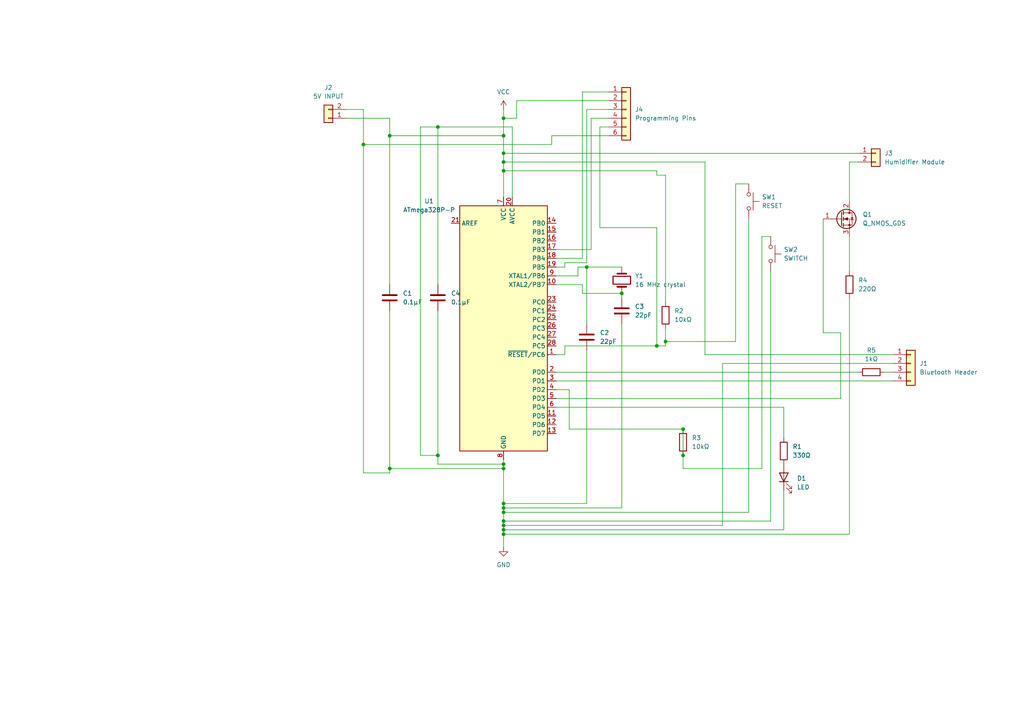
<source format=kicad_sch>
(kicad_sch
	(version 20250114)
	(generator "eeschema")
	(generator_version "9.0")
	(uuid "99cc6cc0-5368-47ac-a4ad-126d1263697d")
	(paper "A4")
	(lib_symbols
		(symbol "Connector_Generic:Conn_01x02"
			(pin_names
				(offset 1.016)
				(hide yes)
			)
			(exclude_from_sim no)
			(in_bom yes)
			(on_board yes)
			(property "Reference" "J"
				(at 0 2.54 0)
				(effects
					(font
						(size 1.27 1.27)
					)
				)
			)
			(property "Value" "Conn_01x02"
				(at 0 -5.08 0)
				(effects
					(font
						(size 1.27 1.27)
					)
				)
			)
			(property "Footprint" ""
				(at 0 0 0)
				(effects
					(font
						(size 1.27 1.27)
					)
					(hide yes)
				)
			)
			(property "Datasheet" "~"
				(at 0 0 0)
				(effects
					(font
						(size 1.27 1.27)
					)
					(hide yes)
				)
			)
			(property "Description" "Generic connector, single row, 01x02, script generated (kicad-library-utils/schlib/autogen/connector/)"
				(at 0 0 0)
				(effects
					(font
						(size 1.27 1.27)
					)
					(hide yes)
				)
			)
			(property "ki_keywords" "connector"
				(at 0 0 0)
				(effects
					(font
						(size 1.27 1.27)
					)
					(hide yes)
				)
			)
			(property "ki_fp_filters" "Connector*:*_1x??_*"
				(at 0 0 0)
				(effects
					(font
						(size 1.27 1.27)
					)
					(hide yes)
				)
			)
			(symbol "Conn_01x02_1_1"
				(rectangle
					(start -1.27 1.27)
					(end 1.27 -3.81)
					(stroke
						(width 0.254)
						(type default)
					)
					(fill
						(type background)
					)
				)
				(rectangle
					(start -1.27 0.127)
					(end 0 -0.127)
					(stroke
						(width 0.1524)
						(type default)
					)
					(fill
						(type none)
					)
				)
				(rectangle
					(start -1.27 -2.413)
					(end 0 -2.667)
					(stroke
						(width 0.1524)
						(type default)
					)
					(fill
						(type none)
					)
				)
				(pin passive line
					(at -5.08 0 0)
					(length 3.81)
					(name "Pin_1"
						(effects
							(font
								(size 1.27 1.27)
							)
						)
					)
					(number "1"
						(effects
							(font
								(size 1.27 1.27)
							)
						)
					)
				)
				(pin passive line
					(at -5.08 -2.54 0)
					(length 3.81)
					(name "Pin_2"
						(effects
							(font
								(size 1.27 1.27)
							)
						)
					)
					(number "2"
						(effects
							(font
								(size 1.27 1.27)
							)
						)
					)
				)
			)
			(embedded_fonts no)
		)
		(symbol "Connector_Generic:Conn_01x04"
			(pin_names
				(offset 1.016)
				(hide yes)
			)
			(exclude_from_sim no)
			(in_bom yes)
			(on_board yes)
			(property "Reference" "J"
				(at 0 5.08 0)
				(effects
					(font
						(size 1.27 1.27)
					)
				)
			)
			(property "Value" "Conn_01x04"
				(at 0 -7.62 0)
				(effects
					(font
						(size 1.27 1.27)
					)
				)
			)
			(property "Footprint" ""
				(at 0 0 0)
				(effects
					(font
						(size 1.27 1.27)
					)
					(hide yes)
				)
			)
			(property "Datasheet" "~"
				(at 0 0 0)
				(effects
					(font
						(size 1.27 1.27)
					)
					(hide yes)
				)
			)
			(property "Description" "Generic connector, single row, 01x04, script generated (kicad-library-utils/schlib/autogen/connector/)"
				(at 0 0 0)
				(effects
					(font
						(size 1.27 1.27)
					)
					(hide yes)
				)
			)
			(property "ki_keywords" "connector"
				(at 0 0 0)
				(effects
					(font
						(size 1.27 1.27)
					)
					(hide yes)
				)
			)
			(property "ki_fp_filters" "Connector*:*_1x??_*"
				(at 0 0 0)
				(effects
					(font
						(size 1.27 1.27)
					)
					(hide yes)
				)
			)
			(symbol "Conn_01x04_1_1"
				(rectangle
					(start -1.27 3.81)
					(end 1.27 -6.35)
					(stroke
						(width 0.254)
						(type default)
					)
					(fill
						(type background)
					)
				)
				(rectangle
					(start -1.27 2.667)
					(end 0 2.413)
					(stroke
						(width 0.1524)
						(type default)
					)
					(fill
						(type none)
					)
				)
				(rectangle
					(start -1.27 0.127)
					(end 0 -0.127)
					(stroke
						(width 0.1524)
						(type default)
					)
					(fill
						(type none)
					)
				)
				(rectangle
					(start -1.27 -2.413)
					(end 0 -2.667)
					(stroke
						(width 0.1524)
						(type default)
					)
					(fill
						(type none)
					)
				)
				(rectangle
					(start -1.27 -4.953)
					(end 0 -5.207)
					(stroke
						(width 0.1524)
						(type default)
					)
					(fill
						(type none)
					)
				)
				(pin passive line
					(at -5.08 2.54 0)
					(length 3.81)
					(name "Pin_1"
						(effects
							(font
								(size 1.27 1.27)
							)
						)
					)
					(number "1"
						(effects
							(font
								(size 1.27 1.27)
							)
						)
					)
				)
				(pin passive line
					(at -5.08 0 0)
					(length 3.81)
					(name "Pin_2"
						(effects
							(font
								(size 1.27 1.27)
							)
						)
					)
					(number "2"
						(effects
							(font
								(size 1.27 1.27)
							)
						)
					)
				)
				(pin passive line
					(at -5.08 -2.54 0)
					(length 3.81)
					(name "Pin_3"
						(effects
							(font
								(size 1.27 1.27)
							)
						)
					)
					(number "3"
						(effects
							(font
								(size 1.27 1.27)
							)
						)
					)
				)
				(pin passive line
					(at -5.08 -5.08 0)
					(length 3.81)
					(name "Pin_4"
						(effects
							(font
								(size 1.27 1.27)
							)
						)
					)
					(number "4"
						(effects
							(font
								(size 1.27 1.27)
							)
						)
					)
				)
			)
			(embedded_fonts no)
		)
		(symbol "Connector_Generic:Conn_01x06"
			(pin_names
				(offset 1.016)
				(hide yes)
			)
			(exclude_from_sim no)
			(in_bom yes)
			(on_board yes)
			(property "Reference" "J"
				(at 0 7.62 0)
				(effects
					(font
						(size 1.27 1.27)
					)
				)
			)
			(property "Value" "Conn_01x06"
				(at 0 -10.16 0)
				(effects
					(font
						(size 1.27 1.27)
					)
				)
			)
			(property "Footprint" ""
				(at 0 0 0)
				(effects
					(font
						(size 1.27 1.27)
					)
					(hide yes)
				)
			)
			(property "Datasheet" "~"
				(at 0 0 0)
				(effects
					(font
						(size 1.27 1.27)
					)
					(hide yes)
				)
			)
			(property "Description" "Generic connector, single row, 01x06, script generated (kicad-library-utils/schlib/autogen/connector/)"
				(at 0 0 0)
				(effects
					(font
						(size 1.27 1.27)
					)
					(hide yes)
				)
			)
			(property "ki_keywords" "connector"
				(at 0 0 0)
				(effects
					(font
						(size 1.27 1.27)
					)
					(hide yes)
				)
			)
			(property "ki_fp_filters" "Connector*:*_1x??_*"
				(at 0 0 0)
				(effects
					(font
						(size 1.27 1.27)
					)
					(hide yes)
				)
			)
			(symbol "Conn_01x06_1_1"
				(rectangle
					(start -1.27 6.35)
					(end 1.27 -8.89)
					(stroke
						(width 0.254)
						(type default)
					)
					(fill
						(type background)
					)
				)
				(rectangle
					(start -1.27 5.207)
					(end 0 4.953)
					(stroke
						(width 0.1524)
						(type default)
					)
					(fill
						(type none)
					)
				)
				(rectangle
					(start -1.27 2.667)
					(end 0 2.413)
					(stroke
						(width 0.1524)
						(type default)
					)
					(fill
						(type none)
					)
				)
				(rectangle
					(start -1.27 0.127)
					(end 0 -0.127)
					(stroke
						(width 0.1524)
						(type default)
					)
					(fill
						(type none)
					)
				)
				(rectangle
					(start -1.27 -2.413)
					(end 0 -2.667)
					(stroke
						(width 0.1524)
						(type default)
					)
					(fill
						(type none)
					)
				)
				(rectangle
					(start -1.27 -4.953)
					(end 0 -5.207)
					(stroke
						(width 0.1524)
						(type default)
					)
					(fill
						(type none)
					)
				)
				(rectangle
					(start -1.27 -7.493)
					(end 0 -7.747)
					(stroke
						(width 0.1524)
						(type default)
					)
					(fill
						(type none)
					)
				)
				(pin passive line
					(at -5.08 5.08 0)
					(length 3.81)
					(name "Pin_1"
						(effects
							(font
								(size 1.27 1.27)
							)
						)
					)
					(number "1"
						(effects
							(font
								(size 1.27 1.27)
							)
						)
					)
				)
				(pin passive line
					(at -5.08 2.54 0)
					(length 3.81)
					(name "Pin_2"
						(effects
							(font
								(size 1.27 1.27)
							)
						)
					)
					(number "2"
						(effects
							(font
								(size 1.27 1.27)
							)
						)
					)
				)
				(pin passive line
					(at -5.08 0 0)
					(length 3.81)
					(name "Pin_3"
						(effects
							(font
								(size 1.27 1.27)
							)
						)
					)
					(number "3"
						(effects
							(font
								(size 1.27 1.27)
							)
						)
					)
				)
				(pin passive line
					(at -5.08 -2.54 0)
					(length 3.81)
					(name "Pin_4"
						(effects
							(font
								(size 1.27 1.27)
							)
						)
					)
					(number "4"
						(effects
							(font
								(size 1.27 1.27)
							)
						)
					)
				)
				(pin passive line
					(at -5.08 -5.08 0)
					(length 3.81)
					(name "Pin_5"
						(effects
							(font
								(size 1.27 1.27)
							)
						)
					)
					(number "5"
						(effects
							(font
								(size 1.27 1.27)
							)
						)
					)
				)
				(pin passive line
					(at -5.08 -7.62 0)
					(length 3.81)
					(name "Pin_6"
						(effects
							(font
								(size 1.27 1.27)
							)
						)
					)
					(number "6"
						(effects
							(font
								(size 1.27 1.27)
							)
						)
					)
				)
			)
			(embedded_fonts no)
		)
		(symbol "Device:C"
			(pin_numbers
				(hide yes)
			)
			(pin_names
				(offset 0.254)
			)
			(exclude_from_sim no)
			(in_bom yes)
			(on_board yes)
			(property "Reference" "C"
				(at 0.635 2.54 0)
				(effects
					(font
						(size 1.27 1.27)
					)
					(justify left)
				)
			)
			(property "Value" "C"
				(at 0.635 -2.54 0)
				(effects
					(font
						(size 1.27 1.27)
					)
					(justify left)
				)
			)
			(property "Footprint" ""
				(at 0.9652 -3.81 0)
				(effects
					(font
						(size 1.27 1.27)
					)
					(hide yes)
				)
			)
			(property "Datasheet" "~"
				(at 0 0 0)
				(effects
					(font
						(size 1.27 1.27)
					)
					(hide yes)
				)
			)
			(property "Description" "Unpolarized capacitor"
				(at 0 0 0)
				(effects
					(font
						(size 1.27 1.27)
					)
					(hide yes)
				)
			)
			(property "ki_keywords" "cap capacitor"
				(at 0 0 0)
				(effects
					(font
						(size 1.27 1.27)
					)
					(hide yes)
				)
			)
			(property "ki_fp_filters" "C_*"
				(at 0 0 0)
				(effects
					(font
						(size 1.27 1.27)
					)
					(hide yes)
				)
			)
			(symbol "C_0_1"
				(polyline
					(pts
						(xy -2.032 0.762) (xy 2.032 0.762)
					)
					(stroke
						(width 0.508)
						(type default)
					)
					(fill
						(type none)
					)
				)
				(polyline
					(pts
						(xy -2.032 -0.762) (xy 2.032 -0.762)
					)
					(stroke
						(width 0.508)
						(type default)
					)
					(fill
						(type none)
					)
				)
			)
			(symbol "C_1_1"
				(pin passive line
					(at 0 3.81 270)
					(length 2.794)
					(name "~"
						(effects
							(font
								(size 1.27 1.27)
							)
						)
					)
					(number "1"
						(effects
							(font
								(size 1.27 1.27)
							)
						)
					)
				)
				(pin passive line
					(at 0 -3.81 90)
					(length 2.794)
					(name "~"
						(effects
							(font
								(size 1.27 1.27)
							)
						)
					)
					(number "2"
						(effects
							(font
								(size 1.27 1.27)
							)
						)
					)
				)
			)
			(embedded_fonts no)
		)
		(symbol "Device:Crystal"
			(pin_numbers
				(hide yes)
			)
			(pin_names
				(offset 1.016)
				(hide yes)
			)
			(exclude_from_sim no)
			(in_bom yes)
			(on_board yes)
			(property "Reference" "Y"
				(at 0 3.81 0)
				(effects
					(font
						(size 1.27 1.27)
					)
				)
			)
			(property "Value" "Crystal"
				(at 0 -3.81 0)
				(effects
					(font
						(size 1.27 1.27)
					)
				)
			)
			(property "Footprint" ""
				(at 0 0 0)
				(effects
					(font
						(size 1.27 1.27)
					)
					(hide yes)
				)
			)
			(property "Datasheet" "~"
				(at 0 0 0)
				(effects
					(font
						(size 1.27 1.27)
					)
					(hide yes)
				)
			)
			(property "Description" "Two pin crystal"
				(at 0 0 0)
				(effects
					(font
						(size 1.27 1.27)
					)
					(hide yes)
				)
			)
			(property "ki_keywords" "quartz ceramic resonator oscillator"
				(at 0 0 0)
				(effects
					(font
						(size 1.27 1.27)
					)
					(hide yes)
				)
			)
			(property "ki_fp_filters" "Crystal*"
				(at 0 0 0)
				(effects
					(font
						(size 1.27 1.27)
					)
					(hide yes)
				)
			)
			(symbol "Crystal_0_1"
				(polyline
					(pts
						(xy -2.54 0) (xy -1.905 0)
					)
					(stroke
						(width 0)
						(type default)
					)
					(fill
						(type none)
					)
				)
				(polyline
					(pts
						(xy -1.905 -1.27) (xy -1.905 1.27)
					)
					(stroke
						(width 0.508)
						(type default)
					)
					(fill
						(type none)
					)
				)
				(rectangle
					(start -1.143 2.54)
					(end 1.143 -2.54)
					(stroke
						(width 0.3048)
						(type default)
					)
					(fill
						(type none)
					)
				)
				(polyline
					(pts
						(xy 1.905 -1.27) (xy 1.905 1.27)
					)
					(stroke
						(width 0.508)
						(type default)
					)
					(fill
						(type none)
					)
				)
				(polyline
					(pts
						(xy 2.54 0) (xy 1.905 0)
					)
					(stroke
						(width 0)
						(type default)
					)
					(fill
						(type none)
					)
				)
			)
			(symbol "Crystal_1_1"
				(pin passive line
					(at -3.81 0 0)
					(length 1.27)
					(name "1"
						(effects
							(font
								(size 1.27 1.27)
							)
						)
					)
					(number "1"
						(effects
							(font
								(size 1.27 1.27)
							)
						)
					)
				)
				(pin passive line
					(at 3.81 0 180)
					(length 1.27)
					(name "2"
						(effects
							(font
								(size 1.27 1.27)
							)
						)
					)
					(number "2"
						(effects
							(font
								(size 1.27 1.27)
							)
						)
					)
				)
			)
			(embedded_fonts no)
		)
		(symbol "Device:LED"
			(pin_numbers
				(hide yes)
			)
			(pin_names
				(offset 1.016)
				(hide yes)
			)
			(exclude_from_sim no)
			(in_bom yes)
			(on_board yes)
			(property "Reference" "D"
				(at 0 2.54 0)
				(effects
					(font
						(size 1.27 1.27)
					)
				)
			)
			(property "Value" "LED"
				(at 0 -2.54 0)
				(effects
					(font
						(size 1.27 1.27)
					)
				)
			)
			(property "Footprint" ""
				(at 0 0 0)
				(effects
					(font
						(size 1.27 1.27)
					)
					(hide yes)
				)
			)
			(property "Datasheet" "~"
				(at 0 0 0)
				(effects
					(font
						(size 1.27 1.27)
					)
					(hide yes)
				)
			)
			(property "Description" "Light emitting diode"
				(at 0 0 0)
				(effects
					(font
						(size 1.27 1.27)
					)
					(hide yes)
				)
			)
			(property "Sim.Pins" "1=K 2=A"
				(at 0 0 0)
				(effects
					(font
						(size 1.27 1.27)
					)
					(hide yes)
				)
			)
			(property "ki_keywords" "LED diode"
				(at 0 0 0)
				(effects
					(font
						(size 1.27 1.27)
					)
					(hide yes)
				)
			)
			(property "ki_fp_filters" "LED* LED_SMD:* LED_THT:*"
				(at 0 0 0)
				(effects
					(font
						(size 1.27 1.27)
					)
					(hide yes)
				)
			)
			(symbol "LED_0_1"
				(polyline
					(pts
						(xy -3.048 -0.762) (xy -4.572 -2.286) (xy -3.81 -2.286) (xy -4.572 -2.286) (xy -4.572 -1.524)
					)
					(stroke
						(width 0)
						(type default)
					)
					(fill
						(type none)
					)
				)
				(polyline
					(pts
						(xy -1.778 -0.762) (xy -3.302 -2.286) (xy -2.54 -2.286) (xy -3.302 -2.286) (xy -3.302 -1.524)
					)
					(stroke
						(width 0)
						(type default)
					)
					(fill
						(type none)
					)
				)
				(polyline
					(pts
						(xy -1.27 0) (xy 1.27 0)
					)
					(stroke
						(width 0)
						(type default)
					)
					(fill
						(type none)
					)
				)
				(polyline
					(pts
						(xy -1.27 -1.27) (xy -1.27 1.27)
					)
					(stroke
						(width 0.254)
						(type default)
					)
					(fill
						(type none)
					)
				)
				(polyline
					(pts
						(xy 1.27 -1.27) (xy 1.27 1.27) (xy -1.27 0) (xy 1.27 -1.27)
					)
					(stroke
						(width 0.254)
						(type default)
					)
					(fill
						(type none)
					)
				)
			)
			(symbol "LED_1_1"
				(pin passive line
					(at -3.81 0 0)
					(length 2.54)
					(name "K"
						(effects
							(font
								(size 1.27 1.27)
							)
						)
					)
					(number "1"
						(effects
							(font
								(size 1.27 1.27)
							)
						)
					)
				)
				(pin passive line
					(at 3.81 0 180)
					(length 2.54)
					(name "A"
						(effects
							(font
								(size 1.27 1.27)
							)
						)
					)
					(number "2"
						(effects
							(font
								(size 1.27 1.27)
							)
						)
					)
				)
			)
			(embedded_fonts no)
		)
		(symbol "Device:R"
			(pin_numbers
				(hide yes)
			)
			(pin_names
				(offset 0)
			)
			(exclude_from_sim no)
			(in_bom yes)
			(on_board yes)
			(property "Reference" "R"
				(at 2.032 0 90)
				(effects
					(font
						(size 1.27 1.27)
					)
				)
			)
			(property "Value" "R"
				(at 0 0 90)
				(effects
					(font
						(size 1.27 1.27)
					)
				)
			)
			(property "Footprint" ""
				(at -1.778 0 90)
				(effects
					(font
						(size 1.27 1.27)
					)
					(hide yes)
				)
			)
			(property "Datasheet" "~"
				(at 0 0 0)
				(effects
					(font
						(size 1.27 1.27)
					)
					(hide yes)
				)
			)
			(property "Description" "Resistor"
				(at 0 0 0)
				(effects
					(font
						(size 1.27 1.27)
					)
					(hide yes)
				)
			)
			(property "ki_keywords" "R res resistor"
				(at 0 0 0)
				(effects
					(font
						(size 1.27 1.27)
					)
					(hide yes)
				)
			)
			(property "ki_fp_filters" "R_*"
				(at 0 0 0)
				(effects
					(font
						(size 1.27 1.27)
					)
					(hide yes)
				)
			)
			(symbol "R_0_1"
				(rectangle
					(start -1.016 -2.54)
					(end 1.016 2.54)
					(stroke
						(width 0.254)
						(type default)
					)
					(fill
						(type none)
					)
				)
			)
			(symbol "R_1_1"
				(pin passive line
					(at 0 3.81 270)
					(length 1.27)
					(name "~"
						(effects
							(font
								(size 1.27 1.27)
							)
						)
					)
					(number "1"
						(effects
							(font
								(size 1.27 1.27)
							)
						)
					)
				)
				(pin passive line
					(at 0 -3.81 90)
					(length 1.27)
					(name "~"
						(effects
							(font
								(size 1.27 1.27)
							)
						)
					)
					(number "2"
						(effects
							(font
								(size 1.27 1.27)
							)
						)
					)
				)
			)
			(embedded_fonts no)
		)
		(symbol "MCU_Microchip_ATmega:ATmega328P-P"
			(exclude_from_sim no)
			(in_bom yes)
			(on_board yes)
			(property "Reference" "U"
				(at -12.7 36.83 0)
				(effects
					(font
						(size 1.27 1.27)
					)
					(justify left bottom)
				)
			)
			(property "Value" "ATmega328P-P"
				(at 2.54 -36.83 0)
				(effects
					(font
						(size 1.27 1.27)
					)
					(justify left top)
				)
			)
			(property "Footprint" "Package_DIP:DIP-28_W7.62mm"
				(at 0 0 0)
				(effects
					(font
						(size 1.27 1.27)
						(italic yes)
					)
					(hide yes)
				)
			)
			(property "Datasheet" "http://ww1.microchip.com/downloads/en/DeviceDoc/ATmega328_P%20AVR%20MCU%20with%20picoPower%20Technology%20Data%20Sheet%2040001984A.pdf"
				(at 0 0 0)
				(effects
					(font
						(size 1.27 1.27)
					)
					(hide yes)
				)
			)
			(property "Description" "20MHz, 32kB Flash, 2kB SRAM, 1kB EEPROM, DIP-28"
				(at 0 0 0)
				(effects
					(font
						(size 1.27 1.27)
					)
					(hide yes)
				)
			)
			(property "ki_keywords" "AVR 8bit Microcontroller MegaAVR PicoPower"
				(at 0 0 0)
				(effects
					(font
						(size 1.27 1.27)
					)
					(hide yes)
				)
			)
			(property "ki_fp_filters" "DIP*W7.62mm*"
				(at 0 0 0)
				(effects
					(font
						(size 1.27 1.27)
					)
					(hide yes)
				)
			)
			(symbol "ATmega328P-P_0_1"
				(rectangle
					(start -12.7 -35.56)
					(end 12.7 35.56)
					(stroke
						(width 0.254)
						(type default)
					)
					(fill
						(type background)
					)
				)
			)
			(symbol "ATmega328P-P_1_1"
				(pin passive line
					(at -15.24 30.48 0)
					(length 2.54)
					(name "AREF"
						(effects
							(font
								(size 1.27 1.27)
							)
						)
					)
					(number "21"
						(effects
							(font
								(size 1.27 1.27)
							)
						)
					)
				)
				(pin power_in line
					(at 0 38.1 270)
					(length 2.54)
					(name "VCC"
						(effects
							(font
								(size 1.27 1.27)
							)
						)
					)
					(number "7"
						(effects
							(font
								(size 1.27 1.27)
							)
						)
					)
				)
				(pin passive line
					(at 0 -38.1 90)
					(length 2.54)
					(hide yes)
					(name "GND"
						(effects
							(font
								(size 1.27 1.27)
							)
						)
					)
					(number "22"
						(effects
							(font
								(size 1.27 1.27)
							)
						)
					)
				)
				(pin power_in line
					(at 0 -38.1 90)
					(length 2.54)
					(name "GND"
						(effects
							(font
								(size 1.27 1.27)
							)
						)
					)
					(number "8"
						(effects
							(font
								(size 1.27 1.27)
							)
						)
					)
				)
				(pin power_in line
					(at 2.54 38.1 270)
					(length 2.54)
					(name "AVCC"
						(effects
							(font
								(size 1.27 1.27)
							)
						)
					)
					(number "20"
						(effects
							(font
								(size 1.27 1.27)
							)
						)
					)
				)
				(pin bidirectional line
					(at 15.24 30.48 180)
					(length 2.54)
					(name "PB0"
						(effects
							(font
								(size 1.27 1.27)
							)
						)
					)
					(number "14"
						(effects
							(font
								(size 1.27 1.27)
							)
						)
					)
				)
				(pin bidirectional line
					(at 15.24 27.94 180)
					(length 2.54)
					(name "PB1"
						(effects
							(font
								(size 1.27 1.27)
							)
						)
					)
					(number "15"
						(effects
							(font
								(size 1.27 1.27)
							)
						)
					)
				)
				(pin bidirectional line
					(at 15.24 25.4 180)
					(length 2.54)
					(name "PB2"
						(effects
							(font
								(size 1.27 1.27)
							)
						)
					)
					(number "16"
						(effects
							(font
								(size 1.27 1.27)
							)
						)
					)
				)
				(pin bidirectional line
					(at 15.24 22.86 180)
					(length 2.54)
					(name "PB3"
						(effects
							(font
								(size 1.27 1.27)
							)
						)
					)
					(number "17"
						(effects
							(font
								(size 1.27 1.27)
							)
						)
					)
				)
				(pin bidirectional line
					(at 15.24 20.32 180)
					(length 2.54)
					(name "PB4"
						(effects
							(font
								(size 1.27 1.27)
							)
						)
					)
					(number "18"
						(effects
							(font
								(size 1.27 1.27)
							)
						)
					)
				)
				(pin bidirectional line
					(at 15.24 17.78 180)
					(length 2.54)
					(name "PB5"
						(effects
							(font
								(size 1.27 1.27)
							)
						)
					)
					(number "19"
						(effects
							(font
								(size 1.27 1.27)
							)
						)
					)
				)
				(pin bidirectional line
					(at 15.24 15.24 180)
					(length 2.54)
					(name "XTAL1/PB6"
						(effects
							(font
								(size 1.27 1.27)
							)
						)
					)
					(number "9"
						(effects
							(font
								(size 1.27 1.27)
							)
						)
					)
				)
				(pin bidirectional line
					(at 15.24 12.7 180)
					(length 2.54)
					(name "XTAL2/PB7"
						(effects
							(font
								(size 1.27 1.27)
							)
						)
					)
					(number "10"
						(effects
							(font
								(size 1.27 1.27)
							)
						)
					)
				)
				(pin bidirectional line
					(at 15.24 7.62 180)
					(length 2.54)
					(name "PC0"
						(effects
							(font
								(size 1.27 1.27)
							)
						)
					)
					(number "23"
						(effects
							(font
								(size 1.27 1.27)
							)
						)
					)
				)
				(pin bidirectional line
					(at 15.24 5.08 180)
					(length 2.54)
					(name "PC1"
						(effects
							(font
								(size 1.27 1.27)
							)
						)
					)
					(number "24"
						(effects
							(font
								(size 1.27 1.27)
							)
						)
					)
				)
				(pin bidirectional line
					(at 15.24 2.54 180)
					(length 2.54)
					(name "PC2"
						(effects
							(font
								(size 1.27 1.27)
							)
						)
					)
					(number "25"
						(effects
							(font
								(size 1.27 1.27)
							)
						)
					)
				)
				(pin bidirectional line
					(at 15.24 0 180)
					(length 2.54)
					(name "PC3"
						(effects
							(font
								(size 1.27 1.27)
							)
						)
					)
					(number "26"
						(effects
							(font
								(size 1.27 1.27)
							)
						)
					)
				)
				(pin bidirectional line
					(at 15.24 -2.54 180)
					(length 2.54)
					(name "PC4"
						(effects
							(font
								(size 1.27 1.27)
							)
						)
					)
					(number "27"
						(effects
							(font
								(size 1.27 1.27)
							)
						)
					)
				)
				(pin bidirectional line
					(at 15.24 -5.08 180)
					(length 2.54)
					(name "PC5"
						(effects
							(font
								(size 1.27 1.27)
							)
						)
					)
					(number "28"
						(effects
							(font
								(size 1.27 1.27)
							)
						)
					)
				)
				(pin bidirectional line
					(at 15.24 -7.62 180)
					(length 2.54)
					(name "~{RESET}/PC6"
						(effects
							(font
								(size 1.27 1.27)
							)
						)
					)
					(number "1"
						(effects
							(font
								(size 1.27 1.27)
							)
						)
					)
				)
				(pin bidirectional line
					(at 15.24 -12.7 180)
					(length 2.54)
					(name "PD0"
						(effects
							(font
								(size 1.27 1.27)
							)
						)
					)
					(number "2"
						(effects
							(font
								(size 1.27 1.27)
							)
						)
					)
				)
				(pin bidirectional line
					(at 15.24 -15.24 180)
					(length 2.54)
					(name "PD1"
						(effects
							(font
								(size 1.27 1.27)
							)
						)
					)
					(number "3"
						(effects
							(font
								(size 1.27 1.27)
							)
						)
					)
				)
				(pin bidirectional line
					(at 15.24 -17.78 180)
					(length 2.54)
					(name "PD2"
						(effects
							(font
								(size 1.27 1.27)
							)
						)
					)
					(number "4"
						(effects
							(font
								(size 1.27 1.27)
							)
						)
					)
				)
				(pin bidirectional line
					(at 15.24 -20.32 180)
					(length 2.54)
					(name "PD3"
						(effects
							(font
								(size 1.27 1.27)
							)
						)
					)
					(number "5"
						(effects
							(font
								(size 1.27 1.27)
							)
						)
					)
				)
				(pin bidirectional line
					(at 15.24 -22.86 180)
					(length 2.54)
					(name "PD4"
						(effects
							(font
								(size 1.27 1.27)
							)
						)
					)
					(number "6"
						(effects
							(font
								(size 1.27 1.27)
							)
						)
					)
				)
				(pin bidirectional line
					(at 15.24 -25.4 180)
					(length 2.54)
					(name "PD5"
						(effects
							(font
								(size 1.27 1.27)
							)
						)
					)
					(number "11"
						(effects
							(font
								(size 1.27 1.27)
							)
						)
					)
				)
				(pin bidirectional line
					(at 15.24 -27.94 180)
					(length 2.54)
					(name "PD6"
						(effects
							(font
								(size 1.27 1.27)
							)
						)
					)
					(number "12"
						(effects
							(font
								(size 1.27 1.27)
							)
						)
					)
				)
				(pin bidirectional line
					(at 15.24 -30.48 180)
					(length 2.54)
					(name "PD7"
						(effects
							(font
								(size 1.27 1.27)
							)
						)
					)
					(number "13"
						(effects
							(font
								(size 1.27 1.27)
							)
						)
					)
				)
			)
			(embedded_fonts no)
		)
		(symbol "Switch:SW_Push"
			(pin_numbers
				(hide yes)
			)
			(pin_names
				(offset 1.016)
				(hide yes)
			)
			(exclude_from_sim no)
			(in_bom yes)
			(on_board yes)
			(property "Reference" "SW"
				(at 1.27 2.54 0)
				(effects
					(font
						(size 1.27 1.27)
					)
					(justify left)
				)
			)
			(property "Value" "SW_Push"
				(at 0 -1.524 0)
				(effects
					(font
						(size 1.27 1.27)
					)
				)
			)
			(property "Footprint" ""
				(at 0 5.08 0)
				(effects
					(font
						(size 1.27 1.27)
					)
					(hide yes)
				)
			)
			(property "Datasheet" "~"
				(at 0 5.08 0)
				(effects
					(font
						(size 1.27 1.27)
					)
					(hide yes)
				)
			)
			(property "Description" "Push button switch, generic, two pins"
				(at 0 0 0)
				(effects
					(font
						(size 1.27 1.27)
					)
					(hide yes)
				)
			)
			(property "ki_keywords" "switch normally-open pushbutton push-button"
				(at 0 0 0)
				(effects
					(font
						(size 1.27 1.27)
					)
					(hide yes)
				)
			)
			(symbol "SW_Push_0_1"
				(circle
					(center -2.032 0)
					(radius 0.508)
					(stroke
						(width 0)
						(type default)
					)
					(fill
						(type none)
					)
				)
				(polyline
					(pts
						(xy 0 1.27) (xy 0 3.048)
					)
					(stroke
						(width 0)
						(type default)
					)
					(fill
						(type none)
					)
				)
				(circle
					(center 2.032 0)
					(radius 0.508)
					(stroke
						(width 0)
						(type default)
					)
					(fill
						(type none)
					)
				)
				(polyline
					(pts
						(xy 2.54 1.27) (xy -2.54 1.27)
					)
					(stroke
						(width 0)
						(type default)
					)
					(fill
						(type none)
					)
				)
				(pin passive line
					(at -5.08 0 0)
					(length 2.54)
					(name "1"
						(effects
							(font
								(size 1.27 1.27)
							)
						)
					)
					(number "1"
						(effects
							(font
								(size 1.27 1.27)
							)
						)
					)
				)
				(pin passive line
					(at 5.08 0 180)
					(length 2.54)
					(name "2"
						(effects
							(font
								(size 1.27 1.27)
							)
						)
					)
					(number "2"
						(effects
							(font
								(size 1.27 1.27)
							)
						)
					)
				)
			)
			(embedded_fonts no)
		)
		(symbol "Transistor_FET:Q_NMOS_GDS"
			(pin_names
				(offset 0)
				(hide yes)
			)
			(exclude_from_sim no)
			(in_bom yes)
			(on_board yes)
			(property "Reference" "Q"
				(at 5.08 1.905 0)
				(effects
					(font
						(size 1.27 1.27)
					)
					(justify left)
				)
			)
			(property "Value" "Q_NMOS_GDS"
				(at 5.08 0 0)
				(effects
					(font
						(size 1.27 1.27)
					)
					(justify left)
				)
			)
			(property "Footprint" ""
				(at 5.08 2.54 0)
				(effects
					(font
						(size 1.27 1.27)
					)
					(hide yes)
				)
			)
			(property "Datasheet" "~"
				(at 0 0 0)
				(effects
					(font
						(size 1.27 1.27)
					)
					(hide yes)
				)
			)
			(property "Description" "N-MOSFET transistor, gate/drain/source"
				(at 0 0 0)
				(effects
					(font
						(size 1.27 1.27)
					)
					(hide yes)
				)
			)
			(property "ki_keywords" "transistor NMOS N-MOS N-MOSFET"
				(at 0 0 0)
				(effects
					(font
						(size 1.27 1.27)
					)
					(hide yes)
				)
			)
			(symbol "Q_NMOS_GDS_0_1"
				(polyline
					(pts
						(xy 0.254 1.905) (xy 0.254 -1.905)
					)
					(stroke
						(width 0.254)
						(type default)
					)
					(fill
						(type none)
					)
				)
				(polyline
					(pts
						(xy 0.254 0) (xy -2.54 0)
					)
					(stroke
						(width 0)
						(type default)
					)
					(fill
						(type none)
					)
				)
				(polyline
					(pts
						(xy 0.762 2.286) (xy 0.762 1.27)
					)
					(stroke
						(width 0.254)
						(type default)
					)
					(fill
						(type none)
					)
				)
				(polyline
					(pts
						(xy 0.762 0.508) (xy 0.762 -0.508)
					)
					(stroke
						(width 0.254)
						(type default)
					)
					(fill
						(type none)
					)
				)
				(polyline
					(pts
						(xy 0.762 -1.27) (xy 0.762 -2.286)
					)
					(stroke
						(width 0.254)
						(type default)
					)
					(fill
						(type none)
					)
				)
				(polyline
					(pts
						(xy 0.762 -1.778) (xy 3.302 -1.778) (xy 3.302 1.778) (xy 0.762 1.778)
					)
					(stroke
						(width 0)
						(type default)
					)
					(fill
						(type none)
					)
				)
				(polyline
					(pts
						(xy 1.016 0) (xy 2.032 0.381) (xy 2.032 -0.381) (xy 1.016 0)
					)
					(stroke
						(width 0)
						(type default)
					)
					(fill
						(type outline)
					)
				)
				(circle
					(center 1.651 0)
					(radius 2.794)
					(stroke
						(width 0.254)
						(type default)
					)
					(fill
						(type none)
					)
				)
				(polyline
					(pts
						(xy 2.54 2.54) (xy 2.54 1.778)
					)
					(stroke
						(width 0)
						(type default)
					)
					(fill
						(type none)
					)
				)
				(circle
					(center 2.54 1.778)
					(radius 0.254)
					(stroke
						(width 0)
						(type default)
					)
					(fill
						(type outline)
					)
				)
				(circle
					(center 2.54 -1.778)
					(radius 0.254)
					(stroke
						(width 0)
						(type default)
					)
					(fill
						(type outline)
					)
				)
				(polyline
					(pts
						(xy 2.54 -2.54) (xy 2.54 0) (xy 0.762 0)
					)
					(stroke
						(width 0)
						(type default)
					)
					(fill
						(type none)
					)
				)
				(polyline
					(pts
						(xy 2.921 0.381) (xy 3.683 0.381)
					)
					(stroke
						(width 0)
						(type default)
					)
					(fill
						(type none)
					)
				)
				(polyline
					(pts
						(xy 3.302 0.381) (xy 2.921 -0.254) (xy 3.683 -0.254) (xy 3.302 0.381)
					)
					(stroke
						(width 0)
						(type default)
					)
					(fill
						(type none)
					)
				)
			)
			(symbol "Q_NMOS_GDS_1_1"
				(pin input line
					(at -5.08 0 0)
					(length 2.54)
					(name "G"
						(effects
							(font
								(size 1.27 1.27)
							)
						)
					)
					(number "1"
						(effects
							(font
								(size 1.27 1.27)
							)
						)
					)
				)
				(pin passive line
					(at 2.54 5.08 270)
					(length 2.54)
					(name "D"
						(effects
							(font
								(size 1.27 1.27)
							)
						)
					)
					(number "2"
						(effects
							(font
								(size 1.27 1.27)
							)
						)
					)
				)
				(pin passive line
					(at 2.54 -5.08 90)
					(length 2.54)
					(name "S"
						(effects
							(font
								(size 1.27 1.27)
							)
						)
					)
					(number "3"
						(effects
							(font
								(size 1.27 1.27)
							)
						)
					)
				)
			)
			(embedded_fonts no)
		)
		(symbol "power:GND"
			(power)
			(pin_numbers
				(hide yes)
			)
			(pin_names
				(offset 0)
				(hide yes)
			)
			(exclude_from_sim no)
			(in_bom yes)
			(on_board yes)
			(property "Reference" "#PWR"
				(at 0 -6.35 0)
				(effects
					(font
						(size 1.27 1.27)
					)
					(hide yes)
				)
			)
			(property "Value" "GND"
				(at 0 -3.81 0)
				(effects
					(font
						(size 1.27 1.27)
					)
				)
			)
			(property "Footprint" ""
				(at 0 0 0)
				(effects
					(font
						(size 1.27 1.27)
					)
					(hide yes)
				)
			)
			(property "Datasheet" ""
				(at 0 0 0)
				(effects
					(font
						(size 1.27 1.27)
					)
					(hide yes)
				)
			)
			(property "Description" "Power symbol creates a global label with name \"GND\" , ground"
				(at 0 0 0)
				(effects
					(font
						(size 1.27 1.27)
					)
					(hide yes)
				)
			)
			(property "ki_keywords" "global power"
				(at 0 0 0)
				(effects
					(font
						(size 1.27 1.27)
					)
					(hide yes)
				)
			)
			(symbol "GND_0_1"
				(polyline
					(pts
						(xy 0 0) (xy 0 -1.27) (xy 1.27 -1.27) (xy 0 -2.54) (xy -1.27 -1.27) (xy 0 -1.27)
					)
					(stroke
						(width 0)
						(type default)
					)
					(fill
						(type none)
					)
				)
			)
			(symbol "GND_1_1"
				(pin power_in line
					(at 0 0 270)
					(length 0)
					(name "~"
						(effects
							(font
								(size 1.27 1.27)
							)
						)
					)
					(number "1"
						(effects
							(font
								(size 1.27 1.27)
							)
						)
					)
				)
			)
			(embedded_fonts no)
		)
		(symbol "power:VCC"
			(power)
			(pin_numbers
				(hide yes)
			)
			(pin_names
				(offset 0)
				(hide yes)
			)
			(exclude_from_sim no)
			(in_bom yes)
			(on_board yes)
			(property "Reference" "#PWR"
				(at 0 -3.81 0)
				(effects
					(font
						(size 1.27 1.27)
					)
					(hide yes)
				)
			)
			(property "Value" "VCC"
				(at 0 3.556 0)
				(effects
					(font
						(size 1.27 1.27)
					)
				)
			)
			(property "Footprint" ""
				(at 0 0 0)
				(effects
					(font
						(size 1.27 1.27)
					)
					(hide yes)
				)
			)
			(property "Datasheet" ""
				(at 0 0 0)
				(effects
					(font
						(size 1.27 1.27)
					)
					(hide yes)
				)
			)
			(property "Description" "Power symbol creates a global label with name \"VCC\""
				(at 0 0 0)
				(effects
					(font
						(size 1.27 1.27)
					)
					(hide yes)
				)
			)
			(property "ki_keywords" "global power"
				(at 0 0 0)
				(effects
					(font
						(size 1.27 1.27)
					)
					(hide yes)
				)
			)
			(symbol "VCC_0_1"
				(polyline
					(pts
						(xy -0.762 1.27) (xy 0 2.54)
					)
					(stroke
						(width 0)
						(type default)
					)
					(fill
						(type none)
					)
				)
				(polyline
					(pts
						(xy 0 2.54) (xy 0.762 1.27)
					)
					(stroke
						(width 0)
						(type default)
					)
					(fill
						(type none)
					)
				)
				(polyline
					(pts
						(xy 0 0) (xy 0 2.54)
					)
					(stroke
						(width 0)
						(type default)
					)
					(fill
						(type none)
					)
				)
			)
			(symbol "VCC_1_1"
				(pin power_in line
					(at 0 0 90)
					(length 0)
					(name "~"
						(effects
							(font
								(size 1.27 1.27)
							)
						)
					)
					(number "1"
						(effects
							(font
								(size 1.27 1.27)
							)
						)
					)
				)
			)
			(embedded_fonts no)
		)
	)
	(junction
		(at 127 36.83)
		(diameter 0)
		(color 0 0 0 0)
		(uuid "09e64bf7-236d-4f99-bce6-0c7dbe3d653b")
	)
	(junction
		(at 198.12 124.46)
		(diameter 0)
		(color 0 0 0 0)
		(uuid "1740d7e2-413e-4bb7-a942-fc2f8136a60c")
	)
	(junction
		(at 180.34 85.09)
		(diameter 0)
		(color 0 0 0 0)
		(uuid "197374eb-12a5-4fd0-97d6-f3c5b0b46a89")
	)
	(junction
		(at 113.03 135.89)
		(diameter 0)
		(color 0 0 0 0)
		(uuid "1d7b005e-a831-4a76-a69b-41983464e03b")
	)
	(junction
		(at 146.05 152.4)
		(diameter 0)
		(color 0 0 0 0)
		(uuid "2355effb-31ae-4114-a8ae-e80cb84d766a")
	)
	(junction
		(at 146.05 153.67)
		(diameter 0)
		(color 0 0 0 0)
		(uuid "27f99aea-8f8d-4323-86a3-108a142b0a91")
	)
	(junction
		(at 146.05 46.99)
		(diameter 0)
		(color 0 0 0 0)
		(uuid "576bee8c-9ab5-40cc-a761-44df1c6a6c55")
	)
	(junction
		(at 146.05 148.59)
		(diameter 0)
		(color 0 0 0 0)
		(uuid "61c6ad53-1e94-4d51-847a-b505ffb1ef25")
	)
	(junction
		(at 146.05 151.13)
		(diameter 0)
		(color 0 0 0 0)
		(uuid "657504ed-e6dc-47b3-acc9-e8556036ae78")
	)
	(junction
		(at 105.41 41.91)
		(diameter 0)
		(color 0 0 0 0)
		(uuid "74847d67-dd72-46d2-a967-6182c403acd8")
	)
	(junction
		(at 146.05 39.37)
		(diameter 0)
		(color 0 0 0 0)
		(uuid "823de7cf-56c0-4240-9e99-6c4f203cdbd6")
	)
	(junction
		(at 198.12 132.08)
		(diameter 0)
		(color 0 0 0 0)
		(uuid "8d7c675c-fa02-4b29-8a0f-06228e1c2f23")
	)
	(junction
		(at 146.05 134.62)
		(diameter 0)
		(color 0 0 0 0)
		(uuid "931c320b-912d-4697-89a5-b03397eb66c0")
	)
	(junction
		(at 146.05 44.45)
		(diameter 0)
		(color 0 0 0 0)
		(uuid "93e4f149-216e-46f8-8651-8e46af0cf492")
	)
	(junction
		(at 146.05 147.32)
		(diameter 0)
		(color 0 0 0 0)
		(uuid "960bbd17-0ce6-49ff-86a6-6a05b7ff217a")
	)
	(junction
		(at 193.04 99.06)
		(diameter 0)
		(color 0 0 0 0)
		(uuid "97d5330f-4757-4ec3-8fdf-e76a1fb30545")
	)
	(junction
		(at 146.05 34.29)
		(diameter 0)
		(color 0 0 0 0)
		(uuid "ad500252-906c-4f3d-b8e6-5619853e1870")
	)
	(junction
		(at 113.03 39.37)
		(diameter 0)
		(color 0 0 0 0)
		(uuid "b2851301-2169-4e9e-9240-f73315112f86")
	)
	(junction
		(at 190.5 100.33)
		(diameter 0)
		(color 0 0 0 0)
		(uuid "bbfa5eea-4c9b-4e5f-b6c2-44fc3782517b")
	)
	(junction
		(at 146.05 135.89)
		(diameter 0)
		(color 0 0 0 0)
		(uuid "be07da0e-ee6e-40fb-bc3f-13dff0ac8b95")
	)
	(junction
		(at 146.05 154.94)
		(diameter 0)
		(color 0 0 0 0)
		(uuid "c95f021f-5697-474a-b09a-c75961e81d06")
	)
	(junction
		(at 146.05 146.05)
		(diameter 0)
		(color 0 0 0 0)
		(uuid "da83dd37-1e49-402f-acf5-77cec179a01e")
	)
	(junction
		(at 127 132.08)
		(diameter 0)
		(color 0 0 0 0)
		(uuid "eb4ea65e-d563-44ad-9d51-26d3880802de")
	)
	(junction
		(at 170.18 77.47)
		(diameter 0)
		(color 0 0 0 0)
		(uuid "f1bfa2b9-38fc-4591-bd34-3f0b6562e8fc")
	)
	(junction
		(at 146.05 49.53)
		(diameter 0)
		(color 0 0 0 0)
		(uuid "f830f87b-feca-4303-9920-c009502c6caf")
	)
	(wire
		(pts
			(xy 146.05 146.05) (xy 146.05 147.32)
		)
		(stroke
			(width 0)
			(type default)
		)
		(uuid "02fce91d-1699-4d28-be1b-885e0af46a34")
	)
	(wire
		(pts
			(xy 180.34 93.98) (xy 180.34 147.32)
		)
		(stroke
			(width 0)
			(type default)
		)
		(uuid "05e47a81-bf24-43c8-8c59-a57435ff51b8")
	)
	(wire
		(pts
			(xy 161.29 110.49) (xy 259.08 110.49)
		)
		(stroke
			(width 0)
			(type default)
		)
		(uuid "08fbb463-a126-43b6-80b2-c924d6af7324")
	)
	(wire
		(pts
			(xy 170.18 93.98) (xy 170.18 77.47)
		)
		(stroke
			(width 0)
			(type default)
		)
		(uuid "0915387b-82d1-4eed-9f09-db500e440349")
	)
	(wire
		(pts
			(xy 246.38 68.58) (xy 246.38 78.74)
		)
		(stroke
			(width 0)
			(type default)
		)
		(uuid "09dd8855-06ff-49a1-8811-8b074addef9a")
	)
	(wire
		(pts
			(xy 163.83 100.33) (xy 163.83 102.87)
		)
		(stroke
			(width 0)
			(type default)
		)
		(uuid "0a05d27c-52d6-488f-8639-b2a0736c6fe6")
	)
	(wire
		(pts
			(xy 238.76 96.52) (xy 243.84 96.52)
		)
		(stroke
			(width 0)
			(type default)
		)
		(uuid "0ae24dde-23a9-43b9-b7fa-b3816f9f9f63")
	)
	(wire
		(pts
			(xy 146.05 152.4) (xy 146.05 153.67)
		)
		(stroke
			(width 0)
			(type default)
		)
		(uuid "0c6a888a-27f3-4f6a-80f2-253998822b70")
	)
	(wire
		(pts
			(xy 127 82.55) (xy 127 36.83)
		)
		(stroke
			(width 0)
			(type default)
		)
		(uuid "0da66610-11a5-4a00-9298-4eb74f81342b")
	)
	(wire
		(pts
			(xy 170.18 31.75) (xy 170.18 76.2)
		)
		(stroke
			(width 0)
			(type default)
		)
		(uuid "10a4f2f8-bde3-4f60-9257-a19b2e9d887f")
	)
	(wire
		(pts
			(xy 161.29 80.01) (xy 167.64 80.01)
		)
		(stroke
			(width 0)
			(type default)
		)
		(uuid "10b5f53c-5941-4bc6-9fcf-3750b82cc4d0")
	)
	(wire
		(pts
			(xy 176.53 34.29) (xy 171.45 34.29)
		)
		(stroke
			(width 0)
			(type default)
		)
		(uuid "117a305e-a102-4f3b-ab36-4662703f990c")
	)
	(wire
		(pts
			(xy 223.52 68.58) (xy 220.98 68.58)
		)
		(stroke
			(width 0)
			(type default)
		)
		(uuid "119efdb4-b318-46ba-a91a-e78b9f36a124")
	)
	(wire
		(pts
			(xy 100.33 31.75) (xy 105.41 31.75)
		)
		(stroke
			(width 0)
			(type default)
		)
		(uuid "12186e8d-1a99-4e5a-8bf6-5eaf7ae4d5ae")
	)
	(wire
		(pts
			(xy 213.36 53.34) (xy 213.36 99.06)
		)
		(stroke
			(width 0)
			(type default)
		)
		(uuid "13fdc0d7-9af7-4af4-a9ea-367bc669bfc9")
	)
	(wire
		(pts
			(xy 176.53 31.75) (xy 170.18 31.75)
		)
		(stroke
			(width 0)
			(type default)
		)
		(uuid "1be78ce6-ac52-41a7-8739-bc3586a3b3e8")
	)
	(wire
		(pts
			(xy 121.92 36.83) (xy 121.92 132.08)
		)
		(stroke
			(width 0)
			(type default)
		)
		(uuid "1f66fcd7-5521-4c4d-86e7-03d35ca470e8")
	)
	(wire
		(pts
			(xy 246.38 86.36) (xy 246.38 154.94)
		)
		(stroke
			(width 0)
			(type default)
		)
		(uuid "21eed094-80c0-4a0f-ad11-805a53574509")
	)
	(wire
		(pts
			(xy 165.1 124.46) (xy 165.1 113.03)
		)
		(stroke
			(width 0)
			(type default)
		)
		(uuid "24d782e7-3993-4681-abfb-66f6d7a53aa8")
	)
	(wire
		(pts
			(xy 168.91 26.67) (xy 168.91 74.93)
		)
		(stroke
			(width 0)
			(type default)
		)
		(uuid "2b00dadd-d515-4d2d-9a9d-71ef26a70324")
	)
	(wire
		(pts
			(xy 193.04 50.8) (xy 193.04 87.63)
		)
		(stroke
			(width 0)
			(type default)
		)
		(uuid "32b29c92-3f32-463e-93ff-037ad7982594")
	)
	(wire
		(pts
			(xy 190.5 50.8) (xy 193.04 50.8)
		)
		(stroke
			(width 0)
			(type default)
		)
		(uuid "33c6fdf8-f0cf-4842-8fe6-2e5cb50f88af")
	)
	(wire
		(pts
			(xy 227.33 142.24) (xy 227.33 153.67)
		)
		(stroke
			(width 0)
			(type default)
		)
		(uuid "33cd995a-d300-45cf-9bd4-73f9ee4076bf")
	)
	(wire
		(pts
			(xy 173.99 66.04) (xy 190.5 66.04)
		)
		(stroke
			(width 0)
			(type default)
		)
		(uuid "3bc7de9f-6c9c-49ee-b0fe-bdc50261330e")
	)
	(wire
		(pts
			(xy 168.91 74.93) (xy 161.29 74.93)
		)
		(stroke
			(width 0)
			(type default)
		)
		(uuid "3e593b7b-7208-4527-82ef-d0943df3704e")
	)
	(wire
		(pts
			(xy 259.08 105.41) (xy 209.55 105.41)
		)
		(stroke
			(width 0)
			(type default)
		)
		(uuid "3e59edc7-f1fc-43df-ae25-592ceebe7974")
	)
	(wire
		(pts
			(xy 160.02 41.91) (xy 105.41 41.91)
		)
		(stroke
			(width 0)
			(type default)
		)
		(uuid "3ec66f51-05fb-4625-bfb9-87b661375161")
	)
	(wire
		(pts
			(xy 146.05 158.75) (xy 146.05 154.94)
		)
		(stroke
			(width 0)
			(type default)
		)
		(uuid "3ef27ecc-e08b-4f34-ab5c-a52437323e7d")
	)
	(wire
		(pts
			(xy 171.45 72.39) (xy 161.29 72.39)
		)
		(stroke
			(width 0)
			(type default)
		)
		(uuid "405cb6c4-6307-4452-a0f3-ae8614f0edaf")
	)
	(wire
		(pts
			(xy 220.98 135.89) (xy 198.12 135.89)
		)
		(stroke
			(width 0)
			(type default)
		)
		(uuid "43de0cb5-831f-47d0-9834-4a003c08a08d")
	)
	(wire
		(pts
			(xy 149.86 29.21) (xy 149.86 34.29)
		)
		(stroke
			(width 0)
			(type default)
		)
		(uuid "44e0be10-e85c-44be-88e4-abb8e8693698")
	)
	(wire
		(pts
			(xy 168.91 82.55) (xy 168.91 85.09)
		)
		(stroke
			(width 0)
			(type default)
		)
		(uuid "46874acc-3f39-4013-9b1e-4a61470c5560")
	)
	(wire
		(pts
			(xy 193.04 95.25) (xy 193.04 99.06)
		)
		(stroke
			(width 0)
			(type default)
		)
		(uuid "46c88377-c762-4859-816b-057880df3ed0")
	)
	(wire
		(pts
			(xy 146.05 147.32) (xy 146.05 148.59)
		)
		(stroke
			(width 0)
			(type default)
		)
		(uuid "472a105c-7d62-4911-9233-fda8e4e4af2a")
	)
	(wire
		(pts
			(xy 213.36 99.06) (xy 193.04 99.06)
		)
		(stroke
			(width 0)
			(type default)
		)
		(uuid "4be4053f-492f-4fdd-b919-941f6998c811")
	)
	(wire
		(pts
			(xy 193.04 100.33) (xy 193.04 99.06)
		)
		(stroke
			(width 0)
			(type default)
		)
		(uuid "4cead1d0-bd4a-49fd-8f93-101df189c6c5")
	)
	(wire
		(pts
			(xy 163.83 77.47) (xy 161.29 77.47)
		)
		(stroke
			(width 0)
			(type default)
		)
		(uuid "4d0f2d2b-de6c-4ed4-afa6-baddd70bc648")
	)
	(wire
		(pts
			(xy 146.05 44.45) (xy 146.05 46.99)
		)
		(stroke
			(width 0)
			(type default)
		)
		(uuid "4d314198-35d8-4e9b-a716-5fc05589f542")
	)
	(wire
		(pts
			(xy 180.34 147.32) (xy 146.05 147.32)
		)
		(stroke
			(width 0)
			(type default)
		)
		(uuid "5649ca6b-86b1-4b62-b332-684f5e4bfeb1")
	)
	(wire
		(pts
			(xy 146.05 44.45) (xy 248.92 44.45)
		)
		(stroke
			(width 0)
			(type default)
		)
		(uuid "589f5b5f-00fa-44c3-b708-f958b00ee030")
	)
	(wire
		(pts
			(xy 146.05 39.37) (xy 146.05 44.45)
		)
		(stroke
			(width 0)
			(type default)
		)
		(uuid "59263364-8969-424a-8f35-dc7432a035b4")
	)
	(wire
		(pts
			(xy 113.03 137.16) (xy 113.03 135.89)
		)
		(stroke
			(width 0)
			(type default)
		)
		(uuid "5f2ed6c8-4cd4-48d8-90be-95f11a82dfe1")
	)
	(wire
		(pts
			(xy 161.29 118.11) (xy 227.33 118.11)
		)
		(stroke
			(width 0)
			(type default)
		)
		(uuid "6196262d-21eb-44d5-899c-06e281a10b7c")
	)
	(wire
		(pts
			(xy 217.17 148.59) (xy 146.05 148.59)
		)
		(stroke
			(width 0)
			(type default)
		)
		(uuid "6ec6d3dd-8e26-4b60-9e30-c4296acdf92c")
	)
	(wire
		(pts
			(xy 113.03 34.29) (xy 113.03 39.37)
		)
		(stroke
			(width 0)
			(type default)
		)
		(uuid "6ec8d875-5fbf-4b76-8288-36c684abc15d")
	)
	(wire
		(pts
			(xy 227.33 153.67) (xy 146.05 153.67)
		)
		(stroke
			(width 0)
			(type default)
		)
		(uuid "70b8db9e-858a-4bb7-85d3-a48b8b19d24c")
	)
	(wire
		(pts
			(xy 217.17 53.34) (xy 213.36 53.34)
		)
		(stroke
			(width 0)
			(type default)
		)
		(uuid "722b98a6-7f21-4fac-b869-f16996bcbb81")
	)
	(wire
		(pts
			(xy 170.18 146.05) (xy 146.05 146.05)
		)
		(stroke
			(width 0)
			(type default)
		)
		(uuid "75fce9bf-9453-4d79-82d8-86827c0d6e85")
	)
	(wire
		(pts
			(xy 198.12 124.46) (xy 165.1 124.46)
		)
		(stroke
			(width 0)
			(type default)
		)
		(uuid "77b04fbb-378d-4c95-afbc-3c6eda0a1b0a")
	)
	(wire
		(pts
			(xy 209.55 105.41) (xy 209.55 152.4)
		)
		(stroke
			(width 0)
			(type default)
		)
		(uuid "78f41f4a-1aab-45a9-8c36-c3055cf27061")
	)
	(wire
		(pts
			(xy 204.47 102.87) (xy 204.47 46.99)
		)
		(stroke
			(width 0)
			(type default)
		)
		(uuid "7b460ae6-c0b0-4a29-99ba-5bba893ebb89")
	)
	(wire
		(pts
			(xy 246.38 46.99) (xy 248.92 46.99)
		)
		(stroke
			(width 0)
			(type default)
		)
		(uuid "7b858c14-be9f-447d-b4f2-9a2b06ebd842")
	)
	(wire
		(pts
			(xy 217.17 63.5) (xy 217.17 148.59)
		)
		(stroke
			(width 0)
			(type default)
		)
		(uuid "83bdcd9c-3734-41aa-8576-615aed0c3f80")
	)
	(wire
		(pts
			(xy 146.05 34.29) (xy 146.05 39.37)
		)
		(stroke
			(width 0)
			(type default)
		)
		(uuid "851cb48b-f1b0-4dad-bd7a-b44bf59e7d66")
	)
	(wire
		(pts
			(xy 113.03 90.17) (xy 113.03 135.89)
		)
		(stroke
			(width 0)
			(type default)
		)
		(uuid "87be78e4-1325-4ed9-92c9-fa6aeb92595e")
	)
	(wire
		(pts
			(xy 163.83 100.33) (xy 190.5 100.33)
		)
		(stroke
			(width 0)
			(type default)
		)
		(uuid "8b818966-8fd3-43da-bd34-9023ce4d64a4")
	)
	(wire
		(pts
			(xy 168.91 85.09) (xy 180.34 85.09)
		)
		(stroke
			(width 0)
			(type default)
		)
		(uuid "8dc4da4b-5384-4bb8-b522-a38a6c0eb674")
	)
	(wire
		(pts
			(xy 146.05 46.99) (xy 146.05 49.53)
		)
		(stroke
			(width 0)
			(type default)
		)
		(uuid "8e3e8bd6-51bc-4d0c-b8ba-357c93c9ad8f")
	)
	(wire
		(pts
			(xy 190.5 50.8) (xy 190.5 49.53)
		)
		(stroke
			(width 0)
			(type default)
		)
		(uuid "8fa41c29-ea7e-4192-b708-a005a766a349")
	)
	(wire
		(pts
			(xy 259.08 102.87) (xy 204.47 102.87)
		)
		(stroke
			(width 0)
			(type default)
		)
		(uuid "916b6514-8c9e-4205-9c3f-9e4c178626ac")
	)
	(wire
		(pts
			(xy 243.84 96.52) (xy 243.84 115.57)
		)
		(stroke
			(width 0)
			(type default)
		)
		(uuid "93d9b67e-2f60-4815-8526-7f50a0730f9d")
	)
	(wire
		(pts
			(xy 170.18 76.2) (xy 163.83 76.2)
		)
		(stroke
			(width 0)
			(type default)
		)
		(uuid "9415c63e-a12b-49b0-8977-68ac6f884fb5")
	)
	(wire
		(pts
			(xy 223.52 78.74) (xy 223.52 151.13)
		)
		(stroke
			(width 0)
			(type default)
		)
		(uuid "94e13608-65ee-470a-945e-a8f3254d6871")
	)
	(wire
		(pts
			(xy 190.5 66.04) (xy 190.5 100.33)
		)
		(stroke
			(width 0)
			(type default)
		)
		(uuid "9691f45b-f6df-4a52-abba-9e198ff34dfe")
	)
	(wire
		(pts
			(xy 105.41 137.16) (xy 113.03 137.16)
		)
		(stroke
			(width 0)
			(type default)
		)
		(uuid "97297707-fec9-4e04-88c8-639b9f84b9cf")
	)
	(wire
		(pts
			(xy 256.54 107.95) (xy 259.08 107.95)
		)
		(stroke
			(width 0)
			(type default)
		)
		(uuid "99a4997c-0c18-4b48-b9cc-26a36bab7b25")
	)
	(wire
		(pts
			(xy 100.33 34.29) (xy 113.03 34.29)
		)
		(stroke
			(width 0)
			(type default)
		)
		(uuid "9a06a7c1-654b-4192-a171-e65b341614c5")
	)
	(wire
		(pts
			(xy 146.05 46.99) (xy 204.47 46.99)
		)
		(stroke
			(width 0)
			(type default)
		)
		(uuid "9cf41b8a-aba7-46be-9093-65aab51fe8a7")
	)
	(wire
		(pts
			(xy 160.02 39.37) (xy 160.02 41.91)
		)
		(stroke
			(width 0)
			(type default)
		)
		(uuid "9eb4f0b0-12f3-4b7a-9b19-fa8852883434")
	)
	(wire
		(pts
			(xy 146.05 148.59) (xy 146.05 151.13)
		)
		(stroke
			(width 0)
			(type default)
		)
		(uuid "9f3227ff-9384-4863-a6ce-8c9c02552ce6")
	)
	(wire
		(pts
			(xy 198.12 124.46) (xy 198.12 132.08)
		)
		(stroke
			(width 0)
			(type default)
		)
		(uuid "a00b7148-f82a-461e-8eea-b80f13a80238")
	)
	(wire
		(pts
			(xy 146.05 134.62) (xy 146.05 135.89)
		)
		(stroke
			(width 0)
			(type default)
		)
		(uuid "a5677efd-6b7b-45d2-967d-df06babeaadf")
	)
	(wire
		(pts
			(xy 176.53 36.83) (xy 173.99 36.83)
		)
		(stroke
			(width 0)
			(type default)
		)
		(uuid "a5bdd020-39a3-4fcc-9f87-5673b0c65545")
	)
	(wire
		(pts
			(xy 163.83 76.2) (xy 163.83 77.47)
		)
		(stroke
			(width 0)
			(type default)
		)
		(uuid "a649a4a0-b542-4272-85af-bbeffb9b56b9")
	)
	(wire
		(pts
			(xy 223.52 151.13) (xy 146.05 151.13)
		)
		(stroke
			(width 0)
			(type default)
		)
		(uuid "a728772a-f5b6-4040-b691-0dc811c21b51")
	)
	(wire
		(pts
			(xy 246.38 154.94) (xy 146.05 154.94)
		)
		(stroke
			(width 0)
			(type default)
		)
		(uuid "a73825c5-d6d2-4d0b-bed7-0109b6dddf73")
	)
	(wire
		(pts
			(xy 127 134.62) (xy 127 132.08)
		)
		(stroke
			(width 0)
			(type default)
		)
		(uuid "a8a64bb6-c785-4c05-b031-e42aacb375cd")
	)
	(wire
		(pts
			(xy 167.64 80.01) (xy 167.64 77.47)
		)
		(stroke
			(width 0)
			(type default)
		)
		(uuid "ab2857f5-b795-4f44-bd6d-d0f7a869ab18")
	)
	(wire
		(pts
			(xy 113.03 39.37) (xy 146.05 39.37)
		)
		(stroke
			(width 0)
			(type default)
		)
		(uuid "ac89053d-9f23-4e25-90e2-2c48b11a98fd")
	)
	(wire
		(pts
			(xy 170.18 77.47) (xy 180.34 77.47)
		)
		(stroke
			(width 0)
			(type default)
		)
		(uuid "ac993612-5392-4a16-b0f2-27b1bb015a1a")
	)
	(wire
		(pts
			(xy 171.45 34.29) (xy 171.45 72.39)
		)
		(stroke
			(width 0)
			(type default)
		)
		(uuid "aef8eba2-e5aa-4e02-ae87-9bc4537243c2")
	)
	(wire
		(pts
			(xy 161.29 107.95) (xy 248.92 107.95)
		)
		(stroke
			(width 0)
			(type default)
		)
		(uuid "b0165fed-846c-4fea-9c78-57439e874179")
	)
	(wire
		(pts
			(xy 243.84 115.57) (xy 161.29 115.57)
		)
		(stroke
			(width 0)
			(type default)
		)
		(uuid "b382dd18-b348-4a14-9472-efceb3a0bb18")
	)
	(wire
		(pts
			(xy 161.29 82.55) (xy 168.91 82.55)
		)
		(stroke
			(width 0)
			(type default)
		)
		(uuid "b86a740e-b684-4496-9e44-33c6cba5196d")
	)
	(wire
		(pts
			(xy 127 134.62) (xy 146.05 134.62)
		)
		(stroke
			(width 0)
			(type default)
		)
		(uuid "b917e0ab-0856-4e6f-ad7e-7d8a5a51a311")
	)
	(wire
		(pts
			(xy 148.59 36.83) (xy 148.59 57.15)
		)
		(stroke
			(width 0)
			(type default)
		)
		(uuid "ba518036-e975-4647-85da-c889baef2176")
	)
	(wire
		(pts
			(xy 176.53 39.37) (xy 160.02 39.37)
		)
		(stroke
			(width 0)
			(type default)
		)
		(uuid "bc81a165-7d8f-4373-988f-5254a7621f69")
	)
	(wire
		(pts
			(xy 149.86 34.29) (xy 146.05 34.29)
		)
		(stroke
			(width 0)
			(type default)
		)
		(uuid "bf6137d9-5358-4a23-97ae-b71cb3c42d4c")
	)
	(wire
		(pts
			(xy 146.05 135.89) (xy 146.05 146.05)
		)
		(stroke
			(width 0)
			(type default)
		)
		(uuid "c05232fe-e5c9-44a2-b278-82a930809577")
	)
	(wire
		(pts
			(xy 170.18 101.6) (xy 170.18 146.05)
		)
		(stroke
			(width 0)
			(type default)
		)
		(uuid "c1792fb0-1e5e-4ba4-b762-fda3d31976b7")
	)
	(wire
		(pts
			(xy 146.05 153.67) (xy 146.05 154.94)
		)
		(stroke
			(width 0)
			(type default)
		)
		(uuid "c2794db0-83ec-49ad-82fc-7dcb56cc4c0f")
	)
	(wire
		(pts
			(xy 105.41 31.75) (xy 105.41 41.91)
		)
		(stroke
			(width 0)
			(type default)
		)
		(uuid "c5018dc9-fb86-4495-a1de-81dbe6b1a696")
	)
	(wire
		(pts
			(xy 176.53 26.67) (xy 168.91 26.67)
		)
		(stroke
			(width 0)
			(type default)
		)
		(uuid "c8bbc40c-4520-4c6f-9058-2d4c10f87f13")
	)
	(wire
		(pts
			(xy 161.29 113.03) (xy 165.1 113.03)
		)
		(stroke
			(width 0)
			(type default)
		)
		(uuid "c8e5e815-cd9b-4381-b337-428b5f063331")
	)
	(wire
		(pts
			(xy 146.05 49.53) (xy 146.05 57.15)
		)
		(stroke
			(width 0)
			(type default)
		)
		(uuid "cb3112c8-6761-4b7e-8d63-6615ee64d886")
	)
	(wire
		(pts
			(xy 227.33 118.11) (xy 227.33 127)
		)
		(stroke
			(width 0)
			(type default)
		)
		(uuid "cb99256d-0e8e-44e4-9a4e-95409a7ed996")
	)
	(wire
		(pts
			(xy 113.03 39.37) (xy 113.03 82.55)
		)
		(stroke
			(width 0)
			(type default)
		)
		(uuid "cb9d75c7-9781-48c8-88bf-c69ad2afad60")
	)
	(wire
		(pts
			(xy 121.92 36.83) (xy 127 36.83)
		)
		(stroke
			(width 0)
			(type default)
		)
		(uuid "cc552396-0b95-474a-a0ca-ef3d03de6836")
	)
	(wire
		(pts
			(xy 146.05 31.75) (xy 146.05 34.29)
		)
		(stroke
			(width 0)
			(type default)
		)
		(uuid "ccde219f-32d0-4a24-ac2e-b4b363c91124")
	)
	(wire
		(pts
			(xy 127 36.83) (xy 148.59 36.83)
		)
		(stroke
			(width 0)
			(type default)
		)
		(uuid "cdbe621d-7c05-42ba-ae20-407914ccc075")
	)
	(wire
		(pts
			(xy 173.99 36.83) (xy 173.99 66.04)
		)
		(stroke
			(width 0)
			(type default)
		)
		(uuid "cf773777-160e-4efa-ac15-bd561c3f54f3")
	)
	(wire
		(pts
			(xy 209.55 152.4) (xy 146.05 152.4)
		)
		(stroke
			(width 0)
			(type default)
		)
		(uuid "cfe73105-125b-41b1-81d4-5f56d3167751")
	)
	(wire
		(pts
			(xy 105.41 41.91) (xy 105.41 137.16)
		)
		(stroke
			(width 0)
			(type default)
		)
		(uuid "d56bbcaa-b4d2-4137-952a-cd5b31799bed")
	)
	(wire
		(pts
			(xy 161.29 102.87) (xy 163.83 102.87)
		)
		(stroke
			(width 0)
			(type default)
		)
		(uuid "d589ca14-631d-43cf-b2c0-8d3d6ab085b0")
	)
	(wire
		(pts
			(xy 190.5 100.33) (xy 193.04 100.33)
		)
		(stroke
			(width 0)
			(type default)
		)
		(uuid "d62a220a-e23a-4833-b72c-3852dc4ff08a")
	)
	(wire
		(pts
			(xy 176.53 29.21) (xy 149.86 29.21)
		)
		(stroke
			(width 0)
			(type default)
		)
		(uuid "e0ed5176-4656-447a-b2ef-21f29d9b4014")
	)
	(wire
		(pts
			(xy 127 90.17) (xy 127 132.08)
		)
		(stroke
			(width 0)
			(type default)
		)
		(uuid "e2aca257-25e0-4ef6-9d5e-8a11ee8d8cdd")
	)
	(wire
		(pts
			(xy 146.05 134.62) (xy 146.05 133.35)
		)
		(stroke
			(width 0)
			(type default)
		)
		(uuid "e2be983e-27ae-4521-9cca-3d5bd34b9f45")
	)
	(wire
		(pts
			(xy 180.34 86.36) (xy 180.34 85.09)
		)
		(stroke
			(width 0)
			(type default)
		)
		(uuid "e76692b7-5b23-48be-9cd2-5684c74fb61c")
	)
	(wire
		(pts
			(xy 121.92 132.08) (xy 127 132.08)
		)
		(stroke
			(width 0)
			(type default)
		)
		(uuid "e9ef8dc8-8e1f-4e1a-81c5-bbfb7a57c8a0")
	)
	(wire
		(pts
			(xy 146.05 151.13) (xy 146.05 152.4)
		)
		(stroke
			(width 0)
			(type default)
		)
		(uuid "ee07e82f-dbd1-40b0-bb3c-8b19d23119c5")
	)
	(wire
		(pts
			(xy 167.64 77.47) (xy 170.18 77.47)
		)
		(stroke
			(width 0)
			(type default)
		)
		(uuid "ee84a67c-dcc1-4c7a-a33f-6cd65ae10756")
	)
	(wire
		(pts
			(xy 220.98 68.58) (xy 220.98 135.89)
		)
		(stroke
			(width 0)
			(type default)
		)
		(uuid "ef0e60be-8107-4964-b4b0-20a537e9707f")
	)
	(wire
		(pts
			(xy 238.76 63.5) (xy 238.76 96.52)
		)
		(stroke
			(width 0)
			(type default)
		)
		(uuid "f17d1f79-f3fc-4387-8aeb-489b2c32020b")
	)
	(wire
		(pts
			(xy 246.38 58.42) (xy 246.38 46.99)
		)
		(stroke
			(width 0)
			(type default)
		)
		(uuid "f7208c62-03aa-4e0f-8c73-69b6a27fd194")
	)
	(wire
		(pts
			(xy 198.12 135.89) (xy 198.12 132.08)
		)
		(stroke
			(width 0)
			(type default)
		)
		(uuid "f8aa60bf-53f7-4572-a7e8-40c52de688b2")
	)
	(wire
		(pts
			(xy 146.05 49.53) (xy 190.5 49.53)
		)
		(stroke
			(width 0)
			(type default)
		)
		(uuid "fddac64b-9cba-4b4f-8df5-f36b31413f95")
	)
	(wire
		(pts
			(xy 113.03 135.89) (xy 146.05 135.89)
		)
		(stroke
			(width 0)
			(type default)
		)
		(uuid "fddd2752-e9c2-4519-8b63-b1208e97fbf8")
	)
	(symbol
		(lib_id "power:GND")
		(at 146.05 158.75 0)
		(unit 1)
		(exclude_from_sim no)
		(in_bom yes)
		(on_board yes)
		(dnp no)
		(fields_autoplaced yes)
		(uuid "11ef9613-5d7a-4ec1-8f59-f53b02aad8c9")
		(property "Reference" "#PWR01"
			(at 146.05 165.1 0)
			(effects
				(font
					(size 1.27 1.27)
				)
				(hide yes)
			)
		)
		(property "Value" "GND"
			(at 146.05 163.83 0)
			(effects
				(font
					(size 1.27 1.27)
				)
			)
		)
		(property "Footprint" ""
			(at 146.05 158.75 0)
			(effects
				(font
					(size 1.27 1.27)
				)
				(hide yes)
			)
		)
		(property "Datasheet" ""
			(at 146.05 158.75 0)
			(effects
				(font
					(size 1.27 1.27)
				)
				(hide yes)
			)
		)
		(property "Description" "Power symbol creates a global label with name \"GND\" , ground"
			(at 146.05 158.75 0)
			(effects
				(font
					(size 1.27 1.27)
				)
				(hide yes)
			)
		)
		(pin "1"
			(uuid "27956f3b-7bdc-4134-8460-69a6e7bc8709")
		)
		(instances
			(project ""
				(path "/99cc6cc0-5368-47ac-a4ad-126d1263697d"
					(reference "#PWR01")
					(unit 1)
				)
			)
		)
	)
	(symbol
		(lib_id "Connector_Generic:Conn_01x02")
		(at 95.25 34.29 180)
		(unit 1)
		(exclude_from_sim no)
		(in_bom yes)
		(on_board yes)
		(dnp no)
		(fields_autoplaced yes)
		(uuid "14d1bdf7-71ec-4282-8d3b-974a08c8d954")
		(property "Reference" "J2"
			(at 95.25 25.4 0)
			(effects
				(font
					(size 1.27 1.27)
				)
			)
		)
		(property "Value" "5V INPUT"
			(at 95.25 27.94 0)
			(effects
				(font
					(size 1.27 1.27)
				)
			)
		)
		(property "Footprint" "Connector_PinHeader_2.54mm:PinHeader_1x02_P2.54mm_Vertical"
			(at 95.25 34.29 0)
			(effects
				(font
					(size 1.27 1.27)
				)
				(hide yes)
			)
		)
		(property "Datasheet" "~"
			(at 95.25 34.29 0)
			(effects
				(font
					(size 1.27 1.27)
				)
				(hide yes)
			)
		)
		(property "Description" "Generic connector, single row, 01x02, script generated (kicad-library-utils/schlib/autogen/connector/)"
			(at 95.25 34.29 0)
			(effects
				(font
					(size 1.27 1.27)
				)
				(hide yes)
			)
		)
		(pin "2"
			(uuid "3680b751-9129-40d7-a432-b8e1fb1609fd")
		)
		(pin "1"
			(uuid "5b354e49-9b5f-40e0-9bb6-2cdfbb9084df")
		)
		(instances
			(project ""
				(path "/99cc6cc0-5368-47ac-a4ad-126d1263697d"
					(reference "J2")
					(unit 1)
				)
			)
		)
	)
	(symbol
		(lib_id "Connector_Generic:Conn_01x02")
		(at 254 44.45 0)
		(unit 1)
		(exclude_from_sim no)
		(in_bom yes)
		(on_board yes)
		(dnp no)
		(fields_autoplaced yes)
		(uuid "16b8b1b9-924e-4740-91f5-2e227183e244")
		(property "Reference" "J3"
			(at 256.54 44.4499 0)
			(effects
				(font
					(size 1.27 1.27)
				)
				(justify left)
			)
		)
		(property "Value" "Humidifier Module"
			(at 256.54 46.9899 0)
			(effects
				(font
					(size 1.27 1.27)
				)
				(justify left)
			)
		)
		(property "Footprint" "Connector_PinHeader_2.54mm:PinHeader_1x02_P2.54mm_Vertical"
			(at 254 44.45 0)
			(effects
				(font
					(size 1.27 1.27)
				)
				(hide yes)
			)
		)
		(property "Datasheet" "~"
			(at 254 44.45 0)
			(effects
				(font
					(size 1.27 1.27)
				)
				(hide yes)
			)
		)
		(property "Description" "Generic connector, single row, 01x02, script generated (kicad-library-utils/schlib/autogen/connector/)"
			(at 254 44.45 0)
			(effects
				(font
					(size 1.27 1.27)
				)
				(hide yes)
			)
		)
		(pin "1"
			(uuid "7a6ba45b-d132-4bf5-b804-9cdaeec7e46f")
		)
		(pin "2"
			(uuid "eed06b8d-d1bf-477b-b078-dfbafa173eac")
		)
		(instances
			(project ""
				(path "/99cc6cc0-5368-47ac-a4ad-126d1263697d"
					(reference "J3")
					(unit 1)
				)
			)
		)
	)
	(symbol
		(lib_id "Device:Crystal")
		(at 180.34 81.28 90)
		(unit 1)
		(exclude_from_sim no)
		(in_bom yes)
		(on_board yes)
		(dnp no)
		(fields_autoplaced yes)
		(uuid "410663b9-5972-4074-816f-38e3b9e5ef57")
		(property "Reference" "Y1"
			(at 184.15 80.0099 90)
			(effects
				(font
					(size 1.27 1.27)
				)
				(justify right)
			)
		)
		(property "Value" "16 MHz crystal"
			(at 184.15 82.5499 90)
			(effects
				(font
					(size 1.27 1.27)
				)
				(justify right)
			)
		)
		(property "Footprint" "Crystal:Crystal_HC49-4H_Vertical"
			(at 180.34 81.28 0)
			(effects
				(font
					(size 1.27 1.27)
				)
				(hide yes)
			)
		)
		(property "Datasheet" "~"
			(at 180.34 81.28 0)
			(effects
				(font
					(size 1.27 1.27)
				)
				(hide yes)
			)
		)
		(property "Description" "Two pin crystal"
			(at 180.34 81.28 0)
			(effects
				(font
					(size 1.27 1.27)
				)
				(hide yes)
			)
		)
		(pin "2"
			(uuid "10264ac3-180b-477c-8b7c-e0612eabc2dc")
		)
		(pin "1"
			(uuid "5964e2d3-398d-4832-b690-5adf88fc05fc")
		)
		(instances
			(project ""
				(path "/99cc6cc0-5368-47ac-a4ad-126d1263697d"
					(reference "Y1")
					(unit 1)
				)
			)
		)
	)
	(symbol
		(lib_id "power:VCC")
		(at 146.05 31.75 0)
		(unit 1)
		(exclude_from_sim no)
		(in_bom yes)
		(on_board yes)
		(dnp no)
		(fields_autoplaced yes)
		(uuid "4c3c8fe2-3004-4afc-8184-0d2b3a2192b9")
		(property "Reference" "#PWR02"
			(at 146.05 35.56 0)
			(effects
				(font
					(size 1.27 1.27)
				)
				(hide yes)
			)
		)
		(property "Value" "VCC"
			(at 146.05 26.67 0)
			(effects
				(font
					(size 1.27 1.27)
				)
			)
		)
		(property "Footprint" ""
			(at 146.05 31.75 0)
			(effects
				(font
					(size 1.27 1.27)
				)
				(hide yes)
			)
		)
		(property "Datasheet" ""
			(at 146.05 31.75 0)
			(effects
				(font
					(size 1.27 1.27)
				)
				(hide yes)
			)
		)
		(property "Description" "Power symbol creates a global label with name \"VCC\""
			(at 146.05 31.75 0)
			(effects
				(font
					(size 1.27 1.27)
				)
				(hide yes)
			)
		)
		(pin "1"
			(uuid "05904380-4982-44a3-93b0-313ce02d485d")
		)
		(instances
			(project ""
				(path "/99cc6cc0-5368-47ac-a4ad-126d1263697d"
					(reference "#PWR02")
					(unit 1)
				)
			)
		)
	)
	(symbol
		(lib_id "MCU_Microchip_ATmega:ATmega328P-P")
		(at 146.05 95.25 0)
		(unit 1)
		(exclude_from_sim no)
		(in_bom yes)
		(on_board yes)
		(dnp no)
		(fields_autoplaced yes)
		(uuid "606a340a-a415-441a-b21e-53a0d01bd9f3")
		(property "Reference" "U1"
			(at 124.46 58.3498 0)
			(effects
				(font
					(size 1.27 1.27)
				)
			)
		)
		(property "Value" "ATmega328P-P"
			(at 124.46 60.8898 0)
			(effects
				(font
					(size 1.27 1.27)
				)
			)
		)
		(property "Footprint" "Package_DIP:DIP-28_W7.62mm"
			(at 146.05 95.25 0)
			(effects
				(font
					(size 1.27 1.27)
					(italic yes)
				)
				(hide yes)
			)
		)
		(property "Datasheet" "http://ww1.microchip.com/downloads/en/DeviceDoc/ATmega328_P%20AVR%20MCU%20with%20picoPower%20Technology%20Data%20Sheet%2040001984A.pdf"
			(at 146.05 95.25 0)
			(effects
				(font
					(size 1.27 1.27)
				)
				(hide yes)
			)
		)
		(property "Description" "20MHz, 32kB Flash, 2kB SRAM, 1kB EEPROM, DIP-28"
			(at 146.05 95.25 0)
			(effects
				(font
					(size 1.27 1.27)
				)
				(hide yes)
			)
		)
		(pin "13"
			(uuid "3cd7749e-e369-47dd-90e5-a718ac8b2b79")
		)
		(pin "22"
			(uuid "73be13ec-9b75-40f8-9f3c-938ff3a59c35")
		)
		(pin "23"
			(uuid "4a63ce72-3ca8-4056-ac9e-b252b7a0eee6")
		)
		(pin "21"
			(uuid "1c1f4c1a-367d-4284-9e73-09fa78e6b47f")
		)
		(pin "19"
			(uuid "dcf6e1b6-1840-46dc-aa39-e27f42e0ab46")
		)
		(pin "14"
			(uuid "2dc00a9e-0d1e-4d3e-92dd-abe3770116bd")
		)
		(pin "24"
			(uuid "17def6a8-4103-44c6-b6d5-198b3294945f")
		)
		(pin "8"
			(uuid "f2703fad-521c-4866-a5b7-19eccbf07235")
		)
		(pin "6"
			(uuid "36897973-3ddc-4715-9007-2594da3d74ac")
		)
		(pin "20"
			(uuid "70c38265-2b52-4351-8b8f-d1eff7c1cd3f")
		)
		(pin "3"
			(uuid "11190ba6-94ce-4223-b84f-4bb3e355f0e8")
		)
		(pin "7"
			(uuid "7a8b6ad9-b438-4e94-aec0-4872d9f64bac")
		)
		(pin "18"
			(uuid "07d6bd2b-2a9b-44d9-b750-7d768d392de6")
		)
		(pin "15"
			(uuid "5c75cf4b-9599-4de1-9ef3-7839cc975991")
		)
		(pin "10"
			(uuid "d90f16f0-bf74-40a5-a28f-54e640e3aa7e")
		)
		(pin "11"
			(uuid "b5302a43-6a7f-4aab-a37c-33f268def60b")
		)
		(pin "12"
			(uuid "ab7291e9-45e7-43e3-9c85-afac268dcc91")
		)
		(pin "9"
			(uuid "695e2161-4f2d-48da-80fd-672edfb145d9")
		)
		(pin "1"
			(uuid "dab5d747-c2f2-433d-9161-3534661184df")
		)
		(pin "27"
			(uuid "a5cf6720-be76-4626-ba38-33676dc525be")
		)
		(pin "17"
			(uuid "daab8ebe-f5a5-47ab-b979-0115ad928dd0")
		)
		(pin "5"
			(uuid "0d3ec085-15c8-4506-8119-ca05b4edf7b5")
		)
		(pin "2"
			(uuid "20c08b58-7c67-4bd3-bec2-42e97f0c807c")
		)
		(pin "25"
			(uuid "c2ea0f63-5695-450c-acf2-12646c88a411")
		)
		(pin "4"
			(uuid "1b2901ce-2017-4da0-bccc-949a4d118ca7")
		)
		(pin "16"
			(uuid "4ec7ff18-03a3-45c7-a055-69854b1fe584")
		)
		(pin "26"
			(uuid "02c3e6f5-8460-4e17-b6c2-2b3c681bb284")
		)
		(pin "28"
			(uuid "f5b63d95-f602-4539-b85b-f84b2e98b024")
		)
		(instances
			(project ""
				(path "/99cc6cc0-5368-47ac-a4ad-126d1263697d"
					(reference "U1")
					(unit 1)
				)
			)
		)
	)
	(symbol
		(lib_id "Connector_Generic:Conn_01x04")
		(at 264.16 105.41 0)
		(unit 1)
		(exclude_from_sim no)
		(in_bom yes)
		(on_board yes)
		(dnp no)
		(fields_autoplaced yes)
		(uuid "64d1f032-80d1-4175-a561-b825a8cc3eee")
		(property "Reference" "J1"
			(at 266.7 105.4099 0)
			(effects
				(font
					(size 1.27 1.27)
				)
				(justify left)
			)
		)
		(property "Value" "Bluetooth Header"
			(at 266.7 107.9499 0)
			(effects
				(font
					(size 1.27 1.27)
				)
				(justify left)
			)
		)
		(property "Footprint" "Connector_PinHeader_2.54mm:PinHeader_1x04_P2.54mm_Vertical"
			(at 264.16 105.41 0)
			(effects
				(font
					(size 1.27 1.27)
				)
				(hide yes)
			)
		)
		(property "Datasheet" "~"
			(at 264.16 105.41 0)
			(effects
				(font
					(size 1.27 1.27)
				)
				(hide yes)
			)
		)
		(property "Description" "Generic connector, single row, 01x04, script generated (kicad-library-utils/schlib/autogen/connector/)"
			(at 264.16 105.41 0)
			(effects
				(font
					(size 1.27 1.27)
				)
				(hide yes)
			)
		)
		(pin "3"
			(uuid "ef2deb12-b6a0-449c-b127-fa7dcf73f0a5")
		)
		(pin "2"
			(uuid "01b07d3a-dde1-4a58-85ea-553de7b03cd9")
		)
		(pin "1"
			(uuid "0d3a2ebe-a354-4ac2-b5ea-ebd27518a1ad")
		)
		(pin "4"
			(uuid "6aa33b04-0bea-4677-937e-b34930aa774e")
		)
		(instances
			(project ""
				(path "/99cc6cc0-5368-47ac-a4ad-126d1263697d"
					(reference "J1")
					(unit 1)
				)
			)
		)
	)
	(symbol
		(lib_id "Transistor_FET:Q_NMOS_GDS")
		(at 243.84 63.5 0)
		(unit 1)
		(exclude_from_sim no)
		(in_bom yes)
		(on_board yes)
		(dnp no)
		(fields_autoplaced yes)
		(uuid "694a822f-3b8a-4669-b072-e1208c754d18")
		(property "Reference" "Q1"
			(at 250.19 62.2299 0)
			(effects
				(font
					(size 1.27 1.27)
				)
				(justify left)
			)
		)
		(property "Value" "Q_NMOS_GDS"
			(at 250.19 64.7699 0)
			(effects
				(font
					(size 1.27 1.27)
				)
				(justify left)
			)
		)
		(property "Footprint" "Package_TO_SOT_THT:TO-220-3_Vertical"
			(at 248.92 60.96 0)
			(effects
				(font
					(size 1.27 1.27)
				)
				(hide yes)
			)
		)
		(property "Datasheet" "~"
			(at 243.84 63.5 0)
			(effects
				(font
					(size 1.27 1.27)
				)
				(hide yes)
			)
		)
		(property "Description" "N-MOSFET transistor, gate/drain/source"
			(at 243.84 63.5 0)
			(effects
				(font
					(size 1.27 1.27)
				)
				(hide yes)
			)
		)
		(pin "1"
			(uuid "b52143d3-a31d-4002-8abd-13486eaf878f")
		)
		(pin "3"
			(uuid "9305c46f-1fcd-4558-bf83-d487bce482b0")
		)
		(pin "2"
			(uuid "ebb4d12f-79e6-4497-b2fd-855f42cc94a8")
		)
		(instances
			(project ""
				(path "/99cc6cc0-5368-47ac-a4ad-126d1263697d"
					(reference "Q1")
					(unit 1)
				)
			)
		)
	)
	(symbol
		(lib_id "Device:R")
		(at 227.33 130.81 0)
		(unit 1)
		(exclude_from_sim no)
		(in_bom yes)
		(on_board yes)
		(dnp no)
		(fields_autoplaced yes)
		(uuid "760426ae-3d61-4c4d-8e54-fb84bdf8c7d5")
		(property "Reference" "R1"
			(at 229.87 129.5399 0)
			(effects
				(font
					(size 1.27 1.27)
				)
				(justify left)
			)
		)
		(property "Value" "330Ω"
			(at 229.87 132.0799 0)
			(effects
				(font
					(size 1.27 1.27)
				)
				(justify left)
			)
		)
		(property "Footprint" "Resistor_THT:R_Axial_DIN0207_L6.3mm_D2.5mm_P7.62mm_Horizontal"
			(at 225.552 130.81 90)
			(effects
				(font
					(size 1.27 1.27)
				)
				(hide yes)
			)
		)
		(property "Datasheet" "~"
			(at 227.33 130.81 0)
			(effects
				(font
					(size 1.27 1.27)
				)
				(hide yes)
			)
		)
		(property "Description" "Resistor"
			(at 227.33 130.81 0)
			(effects
				(font
					(size 1.27 1.27)
				)
				(hide yes)
			)
		)
		(pin "2"
			(uuid "f504d924-9777-4366-b62d-8da8f9f1e8a1")
		)
		(pin "1"
			(uuid "40ece825-7bcc-467b-b593-31a919ad6cbc")
		)
		(instances
			(project ""
				(path "/99cc6cc0-5368-47ac-a4ad-126d1263697d"
					(reference "R1")
					(unit 1)
				)
			)
		)
	)
	(symbol
		(lib_id "Switch:SW_Push")
		(at 223.52 73.66 270)
		(unit 1)
		(exclude_from_sim no)
		(in_bom yes)
		(on_board yes)
		(dnp no)
		(fields_autoplaced yes)
		(uuid "7935862e-5aba-4ac7-8444-700e4859533a")
		(property "Reference" "SW2"
			(at 227.33 72.3899 90)
			(effects
				(font
					(size 1.27 1.27)
				)
				(justify left)
			)
		)
		(property "Value" "SWITCH"
			(at 227.33 74.9299 90)
			(effects
				(font
					(size 1.27 1.27)
				)
				(justify left)
			)
		)
		(property "Footprint" "Button_Switch_THT:SW_PUSH_6mm_H5mm"
			(at 228.6 73.66 0)
			(effects
				(font
					(size 1.27 1.27)
				)
				(hide yes)
			)
		)
		(property "Datasheet" "~"
			(at 228.6 73.66 0)
			(effects
				(font
					(size 1.27 1.27)
				)
				(hide yes)
			)
		)
		(property "Description" "Push button switch, generic, two pins"
			(at 223.52 73.66 0)
			(effects
				(font
					(size 1.27 1.27)
				)
				(hide yes)
			)
		)
		(pin "1"
			(uuid "4478c299-7c0a-4679-827e-86bb97fb3584")
		)
		(pin "2"
			(uuid "bf609cfb-3589-467d-b26b-0946e3cca702")
		)
		(instances
			(project ""
				(path "/99cc6cc0-5368-47ac-a4ad-126d1263697d"
					(reference "SW2")
					(unit 1)
				)
			)
		)
	)
	(symbol
		(lib_id "Device:R")
		(at 252.73 107.95 90)
		(unit 1)
		(exclude_from_sim no)
		(in_bom yes)
		(on_board yes)
		(dnp no)
		(fields_autoplaced yes)
		(uuid "7d663c3a-72ea-465a-b508-53432a506618")
		(property "Reference" "R5"
			(at 252.73 101.6 90)
			(effects
				(font
					(size 1.27 1.27)
				)
			)
		)
		(property "Value" "1kΩ"
			(at 252.73 104.14 90)
			(effects
				(font
					(size 1.27 1.27)
				)
			)
		)
		(property "Footprint" "Resistor_THT:R_Axial_DIN0207_L6.3mm_D2.5mm_P7.62mm_Horizontal"
			(at 252.73 109.728 90)
			(effects
				(font
					(size 1.27 1.27)
				)
				(hide yes)
			)
		)
		(property "Datasheet" "~"
			(at 252.73 107.95 0)
			(effects
				(font
					(size 1.27 1.27)
				)
				(hide yes)
			)
		)
		(property "Description" "Resistor"
			(at 252.73 107.95 0)
			(effects
				(font
					(size 1.27 1.27)
				)
				(hide yes)
			)
		)
		(pin "1"
			(uuid "7d01ac02-a702-4c11-9ce5-54d8352b565a")
		)
		(pin "2"
			(uuid "332e56e6-c7bc-4aa2-b39e-bc84c346901b")
		)
		(instances
			(project ""
				(path "/99cc6cc0-5368-47ac-a4ad-126d1263697d"
					(reference "R5")
					(unit 1)
				)
			)
		)
	)
	(symbol
		(lib_id "Device:R")
		(at 246.38 82.55 0)
		(unit 1)
		(exclude_from_sim no)
		(in_bom yes)
		(on_board yes)
		(dnp no)
		(fields_autoplaced yes)
		(uuid "89b53c66-4ed6-4e25-94ec-a46fabd4786c")
		(property "Reference" "R4"
			(at 248.92 81.2799 0)
			(effects
				(font
					(size 1.27 1.27)
				)
				(justify left)
			)
		)
		(property "Value" "220Ω"
			(at 248.92 83.8199 0)
			(effects
				(font
					(size 1.27 1.27)
				)
				(justify left)
			)
		)
		(property "Footprint" "Resistor_THT:R_Axial_DIN0207_L6.3mm_D2.5mm_P7.62mm_Horizontal"
			(at 244.602 82.55 90)
			(effects
				(font
					(size 1.27 1.27)
				)
				(hide yes)
			)
		)
		(property "Datasheet" "~"
			(at 246.38 82.55 0)
			(effects
				(font
					(size 1.27 1.27)
				)
				(hide yes)
			)
		)
		(property "Description" "Resistor"
			(at 246.38 82.55 0)
			(effects
				(font
					(size 1.27 1.27)
				)
				(hide yes)
			)
		)
		(pin "2"
			(uuid "ce9b23e1-f66e-48c3-a60e-965517711e95")
		)
		(pin "1"
			(uuid "abdff89c-0d7e-414b-9c10-7aa536409782")
		)
		(instances
			(project ""
				(path "/99cc6cc0-5368-47ac-a4ad-126d1263697d"
					(reference "R4")
					(unit 1)
				)
			)
		)
	)
	(symbol
		(lib_id "Device:C")
		(at 127 86.36 0)
		(unit 1)
		(exclude_from_sim no)
		(in_bom yes)
		(on_board yes)
		(dnp no)
		(fields_autoplaced yes)
		(uuid "908f0d91-5c23-48b2-b316-96349da3ca52")
		(property "Reference" "C4"
			(at 130.81 85.0899 0)
			(effects
				(font
					(size 1.27 1.27)
				)
				(justify left)
			)
		)
		(property "Value" "0.1µF"
			(at 130.81 87.6299 0)
			(effects
				(font
					(size 1.27 1.27)
				)
				(justify left)
			)
		)
		(property "Footprint" "Capacitor_THT:C_Disc_D5.0mm_W2.5mm_P5.00mm"
			(at 127.9652 90.17 0)
			(effects
				(font
					(size 1.27 1.27)
				)
				(hide yes)
			)
		)
		(property "Datasheet" "~"
			(at 127 86.36 0)
			(effects
				(font
					(size 1.27 1.27)
				)
				(hide yes)
			)
		)
		(property "Description" "Unpolarized capacitor"
			(at 127 86.36 0)
			(effects
				(font
					(size 1.27 1.27)
				)
				(hide yes)
			)
		)
		(pin "1"
			(uuid "8230b54e-0320-4b82-b2a6-347ee2d4ac92")
		)
		(pin "2"
			(uuid "0400048a-59a2-4b81-93bc-3868e85e738f")
		)
		(instances
			(project ""
				(path "/99cc6cc0-5368-47ac-a4ad-126d1263697d"
					(reference "C4")
					(unit 1)
				)
			)
		)
	)
	(symbol
		(lib_id "Device:C")
		(at 113.03 86.36 0)
		(unit 1)
		(exclude_from_sim no)
		(in_bom yes)
		(on_board yes)
		(dnp no)
		(fields_autoplaced yes)
		(uuid "997599d9-ccde-4920-9317-bdb4859a3e6b")
		(property "Reference" "C1"
			(at 116.84 85.0899 0)
			(effects
				(font
					(size 1.27 1.27)
				)
				(justify left)
			)
		)
		(property "Value" "0.1µF"
			(at 116.84 87.6299 0)
			(effects
				(font
					(size 1.27 1.27)
				)
				(justify left)
			)
		)
		(property "Footprint" "Capacitor_THT:C_Disc_D5.0mm_W2.5mm_P5.00mm"
			(at 113.9952 90.17 0)
			(effects
				(font
					(size 1.27 1.27)
				)
				(hide yes)
			)
		)
		(property "Datasheet" "~"
			(at 113.03 86.36 0)
			(effects
				(font
					(size 1.27 1.27)
				)
				(hide yes)
			)
		)
		(property "Description" "Unpolarized capacitor"
			(at 113.03 86.36 0)
			(effects
				(font
					(size 1.27 1.27)
				)
				(hide yes)
			)
		)
		(pin "1"
			(uuid "feefba69-6ac8-4710-bec2-d3ddbf7ad84d")
		)
		(pin "2"
			(uuid "546d62aa-d74a-4885-a6e7-4693a11f9cca")
		)
		(instances
			(project ""
				(path "/99cc6cc0-5368-47ac-a4ad-126d1263697d"
					(reference "C1")
					(unit 1)
				)
			)
		)
	)
	(symbol
		(lib_id "Device:C")
		(at 170.18 97.79 0)
		(unit 1)
		(exclude_from_sim no)
		(in_bom yes)
		(on_board yes)
		(dnp no)
		(fields_autoplaced yes)
		(uuid "9e61e2cf-5c47-4bd9-ab3c-566ce2ecb544")
		(property "Reference" "C2"
			(at 173.99 96.5199 0)
			(effects
				(font
					(size 1.27 1.27)
				)
				(justify left)
			)
		)
		(property "Value" "22pF"
			(at 173.99 99.0599 0)
			(effects
				(font
					(size 1.27 1.27)
				)
				(justify left)
			)
		)
		(property "Footprint" "Capacitor_THT:C_Disc_D5.0mm_W2.5mm_P5.00mm"
			(at 171.1452 101.6 0)
			(effects
				(font
					(size 1.27 1.27)
				)
				(hide yes)
			)
		)
		(property "Datasheet" "~"
			(at 170.18 97.79 0)
			(effects
				(font
					(size 1.27 1.27)
				)
				(hide yes)
			)
		)
		(property "Description" "Unpolarized capacitor"
			(at 170.18 97.79 0)
			(effects
				(font
					(size 1.27 1.27)
				)
				(hide yes)
			)
		)
		(pin "2"
			(uuid "c438128b-66cc-41aa-93ca-f1a69900969b")
		)
		(pin "1"
			(uuid "71cc9ac2-9462-44ab-bec0-fa48d9d8b339")
		)
		(instances
			(project ""
				(path "/99cc6cc0-5368-47ac-a4ad-126d1263697d"
					(reference "C2")
					(unit 1)
				)
			)
		)
	)
	(symbol
		(lib_id "Device:C")
		(at 180.34 90.17 0)
		(unit 1)
		(exclude_from_sim no)
		(in_bom yes)
		(on_board yes)
		(dnp no)
		(fields_autoplaced yes)
		(uuid "a24520a9-62bc-49ec-a421-5230056478ab")
		(property "Reference" "C3"
			(at 184.15 88.8999 0)
			(effects
				(font
					(size 1.27 1.27)
				)
				(justify left)
			)
		)
		(property "Value" "22pF"
			(at 184.15 91.4399 0)
			(effects
				(font
					(size 1.27 1.27)
				)
				(justify left)
			)
		)
		(property "Footprint" "Capacitor_THT:C_Disc_D5.0mm_W2.5mm_P2.50mm"
			(at 181.3052 93.98 0)
			(effects
				(font
					(size 1.27 1.27)
				)
				(hide yes)
			)
		)
		(property "Datasheet" "~"
			(at 180.34 90.17 0)
			(effects
				(font
					(size 1.27 1.27)
				)
				(hide yes)
			)
		)
		(property "Description" "Unpolarized capacitor"
			(at 180.34 90.17 0)
			(effects
				(font
					(size 1.27 1.27)
				)
				(hide yes)
			)
		)
		(pin "2"
			(uuid "7df0986e-c8ff-494a-bf44-6fafd2e9dd9d")
		)
		(pin "1"
			(uuid "2f7170be-48d5-4b2e-bd29-4f042fce7263")
		)
		(instances
			(project ""
				(path "/99cc6cc0-5368-47ac-a4ad-126d1263697d"
					(reference "C3")
					(unit 1)
				)
			)
		)
	)
	(symbol
		(lib_id "Switch:SW_Push")
		(at 217.17 58.42 270)
		(unit 1)
		(exclude_from_sim no)
		(in_bom yes)
		(on_board yes)
		(dnp no)
		(fields_autoplaced yes)
		(uuid "ab2c7165-796b-41d8-8306-7fb24c256a95")
		(property "Reference" "SW1"
			(at 220.98 57.1499 90)
			(effects
				(font
					(size 1.27 1.27)
				)
				(justify left)
			)
		)
		(property "Value" "RESET"
			(at 220.98 59.6899 90)
			(effects
				(font
					(size 1.27 1.27)
				)
				(justify left)
			)
		)
		(property "Footprint" "Button_Switch_THT:SW_PUSH_6mm_H5mm"
			(at 222.25 58.42 0)
			(effects
				(font
					(size 1.27 1.27)
				)
				(hide yes)
			)
		)
		(property "Datasheet" "~"
			(at 222.25 58.42 0)
			(effects
				(font
					(size 1.27 1.27)
				)
				(hide yes)
			)
		)
		(property "Description" "Push button switch, generic, two pins"
			(at 217.17 58.42 0)
			(effects
				(font
					(size 1.27 1.27)
				)
				(hide yes)
			)
		)
		(pin "1"
			(uuid "03ef5f84-5261-48a5-a530-051c21b56254")
		)
		(pin "2"
			(uuid "3f8468eb-a42a-42ff-8aad-8ea807ab1bcd")
		)
		(instances
			(project ""
				(path "/99cc6cc0-5368-47ac-a4ad-126d1263697d"
					(reference "SW1")
					(unit 1)
				)
			)
		)
	)
	(symbol
		(lib_id "Device:LED")
		(at 227.33 138.43 90)
		(unit 1)
		(exclude_from_sim no)
		(in_bom yes)
		(on_board yes)
		(dnp no)
		(fields_autoplaced yes)
		(uuid "adf1e8ac-033b-40a6-ba5f-6727ac72c2f9")
		(property "Reference" "D1"
			(at 231.14 138.7474 90)
			(effects
				(font
					(size 1.27 1.27)
				)
				(justify right)
			)
		)
		(property "Value" "LED"
			(at 231.14 141.2874 90)
			(effects
				(font
					(size 1.27 1.27)
				)
				(justify right)
			)
		)
		(property "Footprint" "LED_THT:LED_D5.0mm"
			(at 227.33 138.43 0)
			(effects
				(font
					(size 1.27 1.27)
				)
				(hide yes)
			)
		)
		(property "Datasheet" "~"
			(at 227.33 138.43 0)
			(effects
				(font
					(size 1.27 1.27)
				)
				(hide yes)
			)
		)
		(property "Description" "Light emitting diode"
			(at 227.33 138.43 0)
			(effects
				(font
					(size 1.27 1.27)
				)
				(hide yes)
			)
		)
		(property "Sim.Pins" "1=K 2=A"
			(at 227.33 138.43 0)
			(effects
				(font
					(size 1.27 1.27)
				)
				(hide yes)
			)
		)
		(pin "1"
			(uuid "58a5a807-dfe4-40f3-ae9f-2e33bccb02ab")
		)
		(pin "2"
			(uuid "9b91b4f7-8c8e-45ae-aa9b-c852dad75241")
		)
		(instances
			(project ""
				(path "/99cc6cc0-5368-47ac-a4ad-126d1263697d"
					(reference "D1")
					(unit 1)
				)
			)
		)
	)
	(symbol
		(lib_id "Device:R")
		(at 193.04 91.44 180)
		(unit 1)
		(exclude_from_sim no)
		(in_bom yes)
		(on_board yes)
		(dnp no)
		(fields_autoplaced yes)
		(uuid "beec37ff-42ee-47cf-a9ea-769352f78d1b")
		(property "Reference" "R2"
			(at 195.58 90.1699 0)
			(effects
				(font
					(size 1.27 1.27)
				)
				(justify right)
			)
		)
		(property "Value" "10kΩ"
			(at 195.58 92.7099 0)
			(effects
				(font
					(size 1.27 1.27)
				)
				(justify right)
			)
		)
		(property "Footprint" "Resistor_THT:R_Axial_DIN0207_L6.3mm_D2.5mm_P7.62mm_Horizontal"
			(at 194.818 91.44 90)
			(effects
				(font
					(size 1.27 1.27)
				)
				(hide yes)
			)
		)
		(property "Datasheet" "~"
			(at 193.04 91.44 0)
			(effects
				(font
					(size 1.27 1.27)
				)
				(hide yes)
			)
		)
		(property "Description" "Resistor"
			(at 193.04 91.44 0)
			(effects
				(font
					(size 1.27 1.27)
				)
				(hide yes)
			)
		)
		(pin "1"
			(uuid "2d92149d-56b7-44ff-b2b8-d38eb6b595d9")
		)
		(pin "2"
			(uuid "a3dd5e05-5a31-43aa-ba02-a8b87be8dd10")
		)
		(instances
			(project ""
				(path "/99cc6cc0-5368-47ac-a4ad-126d1263697d"
					(reference "R2")
					(unit 1)
				)
			)
		)
	)
	(symbol
		(lib_id "Connector_Generic:Conn_01x06")
		(at 181.61 31.75 0)
		(unit 1)
		(exclude_from_sim no)
		(in_bom yes)
		(on_board yes)
		(dnp no)
		(fields_autoplaced yes)
		(uuid "e122b237-316a-4f9a-aa94-337acd1a4086")
		(property "Reference" "J4"
			(at 184.15 31.7499 0)
			(effects
				(font
					(size 1.27 1.27)
				)
				(justify left)
			)
		)
		(property "Value" "Programming Pins"
			(at 184.15 34.2899 0)
			(effects
				(font
					(size 1.27 1.27)
				)
				(justify left)
			)
		)
		(property "Footprint" "Connector_PinHeader_2.54mm:PinHeader_1x06_P2.54mm_Vertical"
			(at 181.61 31.75 0)
			(effects
				(font
					(size 1.27 1.27)
				)
				(hide yes)
			)
		)
		(property "Datasheet" "~"
			(at 181.61 31.75 0)
			(effects
				(font
					(size 1.27 1.27)
				)
				(hide yes)
			)
		)
		(property "Description" "Generic connector, single row, 01x06, script generated (kicad-library-utils/schlib/autogen/connector/)"
			(at 181.61 31.75 0)
			(effects
				(font
					(size 1.27 1.27)
				)
				(hide yes)
			)
		)
		(pin "1"
			(uuid "5fafc30f-5155-4399-aa3d-9ed82dff12b0")
		)
		(pin "6"
			(uuid "c0fe19e0-687f-458f-a8a8-bae21cd7e9ea")
		)
		(pin "4"
			(uuid "8a857880-bf47-4010-880c-688e803cfdf3")
		)
		(pin "5"
			(uuid "6802007b-885b-4d9b-9594-0a71eebf1e98")
		)
		(pin "3"
			(uuid "3cc57831-be2d-47a3-98b1-fdd5e988c9f8")
		)
		(pin "2"
			(uuid "5e0747d0-674d-4fb8-a203-4d31d43f4859")
		)
		(instances
			(project ""
				(path "/99cc6cc0-5368-47ac-a4ad-126d1263697d"
					(reference "J4")
					(unit 1)
				)
			)
		)
	)
	(symbol
		(lib_id "Device:R")
		(at 198.12 128.27 0)
		(unit 1)
		(exclude_from_sim no)
		(in_bom yes)
		(on_board yes)
		(dnp no)
		(fields_autoplaced yes)
		(uuid "e6784dc6-737b-4d43-bedb-8e5a4492d867")
		(property "Reference" "R3"
			(at 200.66 126.9999 0)
			(effects
				(font
					(size 1.27 1.27)
				)
				(justify left)
			)
		)
		(property "Value" "10kΩ"
			(at 200.66 129.5399 0)
			(effects
				(font
					(size 1.27 1.27)
				)
				(justify left)
			)
		)
		(property "Footprint" "Resistor_THT:R_Axial_DIN0207_L6.3mm_D2.5mm_P7.62mm_Horizontal"
			(at 196.342 128.27 90)
			(effects
				(font
					(size 1.27 1.27)
				)
				(hide yes)
			)
		)
		(property "Datasheet" "~"
			(at 198.12 128.27 0)
			(effects
				(font
					(size 1.27 1.27)
				)
				(hide yes)
			)
		)
		(property "Description" "Resistor"
			(at 198.12 128.27 0)
			(effects
				(font
					(size 1.27 1.27)
				)
				(hide yes)
			)
		)
		(pin "2"
			(uuid "333914a9-3074-4294-96b6-36ad91531804")
		)
		(pin "1"
			(uuid "ad586f0f-320b-4da3-923b-b034e45f473c")
		)
		(instances
			(project ""
				(path "/99cc6cc0-5368-47ac-a4ad-126d1263697d"
					(reference "R3")
					(unit 1)
				)
			)
		)
	)
	(sheet_instances
		(path "/"
			(page "1")
		)
	)
	(embedded_fonts no)
)

</source>
